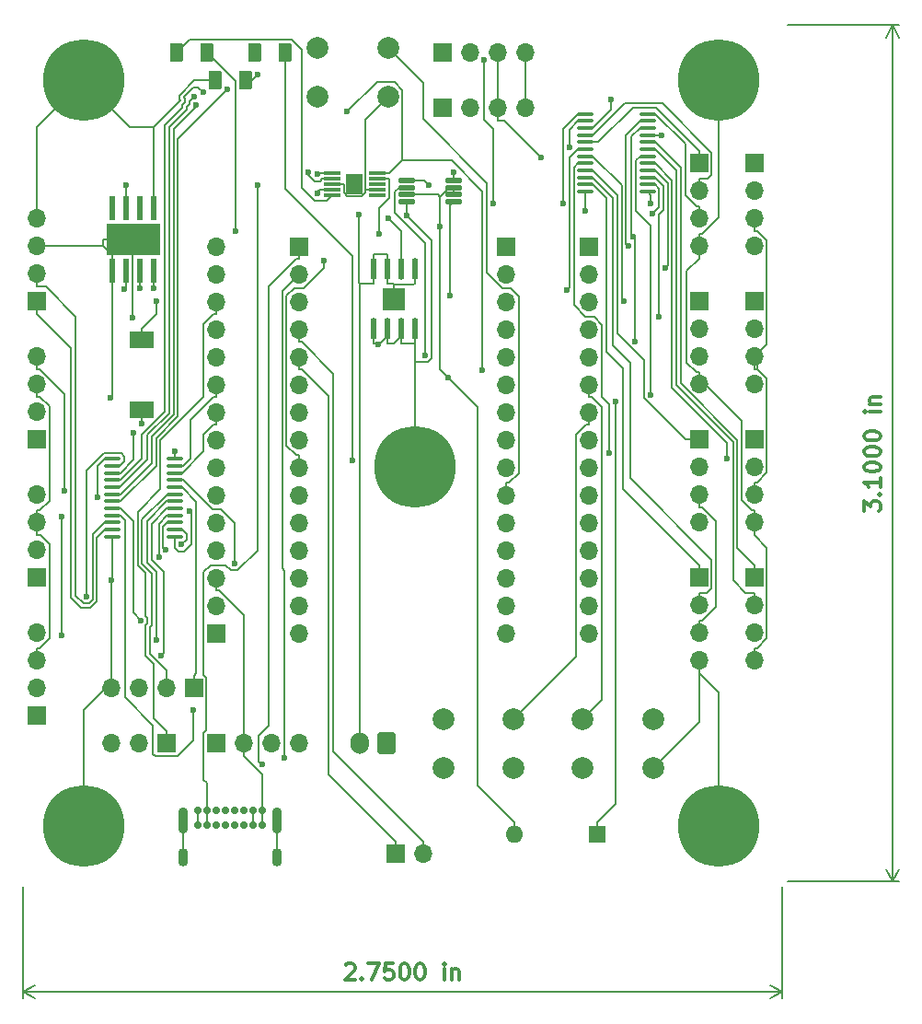
<source format=gbr>
%TF.GenerationSoftware,KiCad,Pcbnew,8.0.7*%
%TF.CreationDate,2025-01-25T18:45:03-05:00*%
%TF.ProjectId,shadow,73686164-6f77-42e6-9b69-6361645f7063,rev?*%
%TF.SameCoordinates,Original*%
%TF.FileFunction,Copper,L1,Top*%
%TF.FilePolarity,Positive*%
%FSLAX46Y46*%
G04 Gerber Fmt 4.6, Leading zero omitted, Abs format (unit mm)*
G04 Created by KiCad (PCBNEW 8.0.7) date 2025-01-25 18:45:03*
%MOMM*%
%LPD*%
G01*
G04 APERTURE LIST*
G04 Aperture macros list*
%AMRoundRect*
0 Rectangle with rounded corners*
0 $1 Rounding radius*
0 $2 $3 $4 $5 $6 $7 $8 $9 X,Y pos of 4 corners*
0 Add a 4 corners polygon primitive as box body*
4,1,4,$2,$3,$4,$5,$6,$7,$8,$9,$2,$3,0*
0 Add four circle primitives for the rounded corners*
1,1,$1+$1,$2,$3*
1,1,$1+$1,$4,$5*
1,1,$1+$1,$6,$7*
1,1,$1+$1,$8,$9*
0 Add four rect primitives between the rounded corners*
20,1,$1+$1,$2,$3,$4,$5,0*
20,1,$1+$1,$4,$5,$6,$7,0*
20,1,$1+$1,$6,$7,$8,$9,0*
20,1,$1+$1,$8,$9,$2,$3,0*%
G04 Aperture macros list end*
%ADD10C,0.300000*%
%TA.AperFunction,NonConductor*%
%ADD11C,0.300000*%
%TD*%
%TA.AperFunction,NonConductor*%
%ADD12C,0.200000*%
%TD*%
%TA.AperFunction,SMDPad,CuDef*%
%ADD13RoundRect,0.250000X-0.375000X-0.625000X0.375000X-0.625000X0.375000X0.625000X-0.375000X0.625000X0*%
%TD*%
%TA.AperFunction,ComponentPad*%
%ADD14R,1.700000X1.700000*%
%TD*%
%TA.AperFunction,ComponentPad*%
%ADD15O,1.700000X1.700000*%
%TD*%
%TA.AperFunction,ComponentPad*%
%ADD16RoundRect,0.250000X0.600000X0.750000X-0.600000X0.750000X-0.600000X-0.750000X0.600000X-0.750000X0*%
%TD*%
%TA.AperFunction,ComponentPad*%
%ADD17O,1.700000X2.000000*%
%TD*%
%TA.AperFunction,SMDPad,CuDef*%
%ADD18R,2.200000X1.500000*%
%TD*%
%TA.AperFunction,SMDPad,CuDef*%
%ADD19O,0.574000X2.038000*%
%TD*%
%TA.AperFunction,SMDPad,CuDef*%
%ADD20R,2.000000X2.000000*%
%TD*%
%TA.AperFunction,ComponentPad*%
%ADD21C,2.000000*%
%TD*%
%TA.AperFunction,SMDPad,CuDef*%
%ADD22RoundRect,0.100000X-0.637500X-0.100000X0.637500X-0.100000X0.637500X0.100000X-0.637500X0.100000X0*%
%TD*%
%TA.AperFunction,ComponentPad*%
%ADD23C,7.500000*%
%TD*%
%TA.AperFunction,SMDPad,CuDef*%
%ADD24R,1.600000X0.300000*%
%TD*%
%TA.AperFunction,SMDPad,CuDef*%
%ADD25R,1.570000X1.880000*%
%TD*%
%TA.AperFunction,ComponentPad*%
%ADD26C,0.400000*%
%TD*%
%TA.AperFunction,SMDPad,CuDef*%
%ADD27R,0.500000X2.200000*%
%TD*%
%TA.AperFunction,SMDPad,CuDef*%
%ADD28R,4.900000X2.950000*%
%TD*%
%TA.AperFunction,ComponentPad*%
%ADD29R,1.600000X1.600000*%
%TD*%
%TA.AperFunction,ComponentPad*%
%ADD30O,1.600000X1.600000*%
%TD*%
%TA.AperFunction,ComponentPad*%
%ADD31C,0.700000*%
%TD*%
%TA.AperFunction,ComponentPad*%
%ADD32O,0.900000X2.400000*%
%TD*%
%TA.AperFunction,ComponentPad*%
%ADD33O,0.900000X1.700000*%
%TD*%
%TA.AperFunction,SMDPad,CuDef*%
%ADD34RoundRect,0.060000X-0.675000X-0.180000X0.675000X-0.180000X0.675000X0.180000X-0.675000X0.180000X0*%
%TD*%
%TA.AperFunction,ViaPad*%
%ADD35C,0.600000*%
%TD*%
%TA.AperFunction,Conductor*%
%ADD36C,0.200000*%
%TD*%
G04 APERTURE END LIST*
D10*
D11*
X175965328Y-92951427D02*
X175965328Y-92022855D01*
X175965328Y-92022855D02*
X176536757Y-92522855D01*
X176536757Y-92522855D02*
X176536757Y-92308570D01*
X176536757Y-92308570D02*
X176608185Y-92165713D01*
X176608185Y-92165713D02*
X176679614Y-92094284D01*
X176679614Y-92094284D02*
X176822471Y-92022855D01*
X176822471Y-92022855D02*
X177179614Y-92022855D01*
X177179614Y-92022855D02*
X177322471Y-92094284D01*
X177322471Y-92094284D02*
X177393900Y-92165713D01*
X177393900Y-92165713D02*
X177465328Y-92308570D01*
X177465328Y-92308570D02*
X177465328Y-92737141D01*
X177465328Y-92737141D02*
X177393900Y-92879998D01*
X177393900Y-92879998D02*
X177322471Y-92951427D01*
X177322471Y-91379999D02*
X177393900Y-91308570D01*
X177393900Y-91308570D02*
X177465328Y-91379999D01*
X177465328Y-91379999D02*
X177393900Y-91451427D01*
X177393900Y-91451427D02*
X177322471Y-91379999D01*
X177322471Y-91379999D02*
X177465328Y-91379999D01*
X177465328Y-89879998D02*
X177465328Y-90737141D01*
X177465328Y-90308570D02*
X175965328Y-90308570D01*
X175965328Y-90308570D02*
X176179614Y-90451427D01*
X176179614Y-90451427D02*
X176322471Y-90594284D01*
X176322471Y-90594284D02*
X176393900Y-90737141D01*
X175965328Y-88951427D02*
X175965328Y-88808570D01*
X175965328Y-88808570D02*
X176036757Y-88665713D01*
X176036757Y-88665713D02*
X176108185Y-88594285D01*
X176108185Y-88594285D02*
X176251042Y-88522856D01*
X176251042Y-88522856D02*
X176536757Y-88451427D01*
X176536757Y-88451427D02*
X176893900Y-88451427D01*
X176893900Y-88451427D02*
X177179614Y-88522856D01*
X177179614Y-88522856D02*
X177322471Y-88594285D01*
X177322471Y-88594285D02*
X177393900Y-88665713D01*
X177393900Y-88665713D02*
X177465328Y-88808570D01*
X177465328Y-88808570D02*
X177465328Y-88951427D01*
X177465328Y-88951427D02*
X177393900Y-89094285D01*
X177393900Y-89094285D02*
X177322471Y-89165713D01*
X177322471Y-89165713D02*
X177179614Y-89237142D01*
X177179614Y-89237142D02*
X176893900Y-89308570D01*
X176893900Y-89308570D02*
X176536757Y-89308570D01*
X176536757Y-89308570D02*
X176251042Y-89237142D01*
X176251042Y-89237142D02*
X176108185Y-89165713D01*
X176108185Y-89165713D02*
X176036757Y-89094285D01*
X176036757Y-89094285D02*
X175965328Y-88951427D01*
X175965328Y-87522856D02*
X175965328Y-87379999D01*
X175965328Y-87379999D02*
X176036757Y-87237142D01*
X176036757Y-87237142D02*
X176108185Y-87165714D01*
X176108185Y-87165714D02*
X176251042Y-87094285D01*
X176251042Y-87094285D02*
X176536757Y-87022856D01*
X176536757Y-87022856D02*
X176893900Y-87022856D01*
X176893900Y-87022856D02*
X177179614Y-87094285D01*
X177179614Y-87094285D02*
X177322471Y-87165714D01*
X177322471Y-87165714D02*
X177393900Y-87237142D01*
X177393900Y-87237142D02*
X177465328Y-87379999D01*
X177465328Y-87379999D02*
X177465328Y-87522856D01*
X177465328Y-87522856D02*
X177393900Y-87665714D01*
X177393900Y-87665714D02*
X177322471Y-87737142D01*
X177322471Y-87737142D02*
X177179614Y-87808571D01*
X177179614Y-87808571D02*
X176893900Y-87879999D01*
X176893900Y-87879999D02*
X176536757Y-87879999D01*
X176536757Y-87879999D02*
X176251042Y-87808571D01*
X176251042Y-87808571D02*
X176108185Y-87737142D01*
X176108185Y-87737142D02*
X176036757Y-87665714D01*
X176036757Y-87665714D02*
X175965328Y-87522856D01*
X175965328Y-86094285D02*
X175965328Y-85951428D01*
X175965328Y-85951428D02*
X176036757Y-85808571D01*
X176036757Y-85808571D02*
X176108185Y-85737143D01*
X176108185Y-85737143D02*
X176251042Y-85665714D01*
X176251042Y-85665714D02*
X176536757Y-85594285D01*
X176536757Y-85594285D02*
X176893900Y-85594285D01*
X176893900Y-85594285D02*
X177179614Y-85665714D01*
X177179614Y-85665714D02*
X177322471Y-85737143D01*
X177322471Y-85737143D02*
X177393900Y-85808571D01*
X177393900Y-85808571D02*
X177465328Y-85951428D01*
X177465328Y-85951428D02*
X177465328Y-86094285D01*
X177465328Y-86094285D02*
X177393900Y-86237143D01*
X177393900Y-86237143D02*
X177322471Y-86308571D01*
X177322471Y-86308571D02*
X177179614Y-86380000D01*
X177179614Y-86380000D02*
X176893900Y-86451428D01*
X176893900Y-86451428D02*
X176536757Y-86451428D01*
X176536757Y-86451428D02*
X176251042Y-86380000D01*
X176251042Y-86380000D02*
X176108185Y-86308571D01*
X176108185Y-86308571D02*
X176036757Y-86237143D01*
X176036757Y-86237143D02*
X175965328Y-86094285D01*
X177465328Y-83808572D02*
X176465328Y-83808572D01*
X175965328Y-83808572D02*
X176036757Y-83880000D01*
X176036757Y-83880000D02*
X176108185Y-83808572D01*
X176108185Y-83808572D02*
X176036757Y-83737143D01*
X176036757Y-83737143D02*
X175965328Y-83808572D01*
X175965328Y-83808572D02*
X176108185Y-83808572D01*
X176465328Y-83094286D02*
X177465328Y-83094286D01*
X176608185Y-83094286D02*
X176536757Y-83022857D01*
X176536757Y-83022857D02*
X176465328Y-82880000D01*
X176465328Y-82880000D02*
X176465328Y-82665714D01*
X176465328Y-82665714D02*
X176536757Y-82522857D01*
X176536757Y-82522857D02*
X176679614Y-82451429D01*
X176679614Y-82451429D02*
X177465328Y-82451429D01*
D12*
X168927000Y-48260000D02*
X179173420Y-48260000D01*
X168927000Y-127000000D02*
X179173420Y-127000000D01*
X178587000Y-48260000D02*
X178587000Y-127000000D01*
X178587000Y-48260000D02*
X178587000Y-127000000D01*
X178587000Y-48260000D02*
X179173421Y-49386504D01*
X178587000Y-48260000D02*
X178000579Y-49386504D01*
X178587000Y-127000000D02*
X178000579Y-125873496D01*
X178587000Y-127000000D02*
X179173421Y-125873496D01*
D10*
D11*
X128252001Y-134681185D02*
X128323429Y-134609757D01*
X128323429Y-134609757D02*
X128466287Y-134538328D01*
X128466287Y-134538328D02*
X128823429Y-134538328D01*
X128823429Y-134538328D02*
X128966287Y-134609757D01*
X128966287Y-134609757D02*
X129037715Y-134681185D01*
X129037715Y-134681185D02*
X129109144Y-134824042D01*
X129109144Y-134824042D02*
X129109144Y-134966900D01*
X129109144Y-134966900D02*
X129037715Y-135181185D01*
X129037715Y-135181185D02*
X128180572Y-136038328D01*
X128180572Y-136038328D02*
X129109144Y-136038328D01*
X129752000Y-135895471D02*
X129823429Y-135966900D01*
X129823429Y-135966900D02*
X129752000Y-136038328D01*
X129752000Y-136038328D02*
X129680572Y-135966900D01*
X129680572Y-135966900D02*
X129752000Y-135895471D01*
X129752000Y-135895471D02*
X129752000Y-136038328D01*
X130323429Y-134538328D02*
X131323429Y-134538328D01*
X131323429Y-134538328D02*
X130680572Y-136038328D01*
X132609143Y-134538328D02*
X131894857Y-134538328D01*
X131894857Y-134538328D02*
X131823429Y-135252614D01*
X131823429Y-135252614D02*
X131894857Y-135181185D01*
X131894857Y-135181185D02*
X132037715Y-135109757D01*
X132037715Y-135109757D02*
X132394857Y-135109757D01*
X132394857Y-135109757D02*
X132537715Y-135181185D01*
X132537715Y-135181185D02*
X132609143Y-135252614D01*
X132609143Y-135252614D02*
X132680572Y-135395471D01*
X132680572Y-135395471D02*
X132680572Y-135752614D01*
X132680572Y-135752614D02*
X132609143Y-135895471D01*
X132609143Y-135895471D02*
X132537715Y-135966900D01*
X132537715Y-135966900D02*
X132394857Y-136038328D01*
X132394857Y-136038328D02*
X132037715Y-136038328D01*
X132037715Y-136038328D02*
X131894857Y-135966900D01*
X131894857Y-135966900D02*
X131823429Y-135895471D01*
X133609143Y-134538328D02*
X133752000Y-134538328D01*
X133752000Y-134538328D02*
X133894857Y-134609757D01*
X133894857Y-134609757D02*
X133966286Y-134681185D01*
X133966286Y-134681185D02*
X134037714Y-134824042D01*
X134037714Y-134824042D02*
X134109143Y-135109757D01*
X134109143Y-135109757D02*
X134109143Y-135466900D01*
X134109143Y-135466900D02*
X134037714Y-135752614D01*
X134037714Y-135752614D02*
X133966286Y-135895471D01*
X133966286Y-135895471D02*
X133894857Y-135966900D01*
X133894857Y-135966900D02*
X133752000Y-136038328D01*
X133752000Y-136038328D02*
X133609143Y-136038328D01*
X133609143Y-136038328D02*
X133466286Y-135966900D01*
X133466286Y-135966900D02*
X133394857Y-135895471D01*
X133394857Y-135895471D02*
X133323428Y-135752614D01*
X133323428Y-135752614D02*
X133252000Y-135466900D01*
X133252000Y-135466900D02*
X133252000Y-135109757D01*
X133252000Y-135109757D02*
X133323428Y-134824042D01*
X133323428Y-134824042D02*
X133394857Y-134681185D01*
X133394857Y-134681185D02*
X133466286Y-134609757D01*
X133466286Y-134609757D02*
X133609143Y-134538328D01*
X135037714Y-134538328D02*
X135180571Y-134538328D01*
X135180571Y-134538328D02*
X135323428Y-134609757D01*
X135323428Y-134609757D02*
X135394857Y-134681185D01*
X135394857Y-134681185D02*
X135466285Y-134824042D01*
X135466285Y-134824042D02*
X135537714Y-135109757D01*
X135537714Y-135109757D02*
X135537714Y-135466900D01*
X135537714Y-135466900D02*
X135466285Y-135752614D01*
X135466285Y-135752614D02*
X135394857Y-135895471D01*
X135394857Y-135895471D02*
X135323428Y-135966900D01*
X135323428Y-135966900D02*
X135180571Y-136038328D01*
X135180571Y-136038328D02*
X135037714Y-136038328D01*
X135037714Y-136038328D02*
X134894857Y-135966900D01*
X134894857Y-135966900D02*
X134823428Y-135895471D01*
X134823428Y-135895471D02*
X134751999Y-135752614D01*
X134751999Y-135752614D02*
X134680571Y-135466900D01*
X134680571Y-135466900D02*
X134680571Y-135109757D01*
X134680571Y-135109757D02*
X134751999Y-134824042D01*
X134751999Y-134824042D02*
X134823428Y-134681185D01*
X134823428Y-134681185D02*
X134894857Y-134609757D01*
X134894857Y-134609757D02*
X135037714Y-134538328D01*
X137323427Y-136038328D02*
X137323427Y-135038328D01*
X137323427Y-134538328D02*
X137251999Y-134609757D01*
X137251999Y-134609757D02*
X137323427Y-134681185D01*
X137323427Y-134681185D02*
X137394856Y-134609757D01*
X137394856Y-134609757D02*
X137323427Y-134538328D01*
X137323427Y-134538328D02*
X137323427Y-134681185D01*
X138037713Y-135038328D02*
X138037713Y-136038328D01*
X138037713Y-135181185D02*
X138109142Y-135109757D01*
X138109142Y-135109757D02*
X138251999Y-135038328D01*
X138251999Y-135038328D02*
X138466285Y-135038328D01*
X138466285Y-135038328D02*
X138609142Y-135109757D01*
X138609142Y-135109757D02*
X138680571Y-135252614D01*
X138680571Y-135252614D02*
X138680571Y-136038328D01*
D12*
X168427000Y-127500000D02*
X168427000Y-137746420D01*
X98577000Y-127500000D02*
X98577000Y-137746420D01*
X168427000Y-137160000D02*
X98577000Y-137160000D01*
X168427000Y-137160000D02*
X98577000Y-137160000D01*
X168427000Y-137160000D02*
X167300496Y-137746421D01*
X168427000Y-137160000D02*
X167300496Y-136573579D01*
X98577000Y-137160000D02*
X99703504Y-136573579D01*
X98577000Y-137160000D02*
X99703504Y-137746421D01*
D13*
%TO.P,PG1,1,K*%
%TO.N,Net-(PG1-K)*%
X112687000Y-50800000D03*
%TO.P,PG1,2,A*%
%TO.N,Net-(PG1-A)*%
X115487000Y-50800000D03*
%TD*%
D14*
%TO.P,I2C_PINOUT7,1,Pin_1*%
%TO.N,/I2C_PINOUT7/SCL*%
X165862000Y-99060000D03*
D15*
%TO.P,I2C_PINOUT7,2,Pin_2*%
%TO.N,/I2C_PINOUT7/SDA*%
X165862000Y-101600000D03*
%TO.P,I2C_PINOUT7,3,Pin_3*%
%TO.N,VCC*%
X165862000Y-104140000D03*
%TO.P,I2C_PINOUT7,4,Pin_4*%
%TO.N,GND*%
X165862000Y-106680000D03*
%TD*%
D14*
%TO.P,I2C_PINOUT9,1,Pin_1*%
%TO.N,/I2C_PINOUT9/SCL*%
X99847000Y-86360000D03*
D15*
%TO.P,I2C_PINOUT9,2,Pin_2*%
%TO.N,/I2C_PINOUT9/SDA*%
X99847000Y-83820000D03*
%TO.P,I2C_PINOUT9,3,Pin_3*%
%TO.N,VCC*%
X99847000Y-81280000D03*
%TO.P,I2C_PINOUT9,4,Pin_4*%
%TO.N,GND*%
X99847000Y-78740000D03*
%TD*%
D16*
%TO.P,BATT_JST1,1,Pin_1*%
%TO.N,/battery/BAT+*%
X132040000Y-114300000D03*
D17*
%TO.P,BATT_JST1,2,Pin_2*%
%TO.N,/battery/BAT-*%
X129540000Y-114300000D03*
%TD*%
D14*
%TO.P,I2C_PINOUT10,1,Pin_1*%
%TO.N,/I2C_PINOUT10/SCL*%
X99847000Y-99060000D03*
D15*
%TO.P,I2C_PINOUT10,2,Pin_2*%
%TO.N,/I2C_PINOUT10/SDA*%
X99847000Y-96520000D03*
%TO.P,I2C_PINOUT10,3,Pin_3*%
%TO.N,VCC*%
X99847000Y-93980000D03*
%TO.P,I2C_PINOUT10,4,Pin_4*%
%TO.N,GND*%
X99847000Y-91440000D03*
%TD*%
D14*
%TO.P,I2C_PINOUT8,1,Pin_1*%
%TO.N,/I2C_PINOUT8/SCL*%
X99847000Y-73660000D03*
D15*
%TO.P,I2C_PINOUT8,2,Pin_2*%
%TO.N,/I2C_PINOUT8/SDA*%
X99847000Y-71120000D03*
%TO.P,I2C_PINOUT8,3,Pin_3*%
%TO.N,VCC*%
X99847000Y-68580000D03*
%TO.P,I2C_PINOUT8,4,Pin_4*%
%TO.N,GND*%
X99847000Y-66040000D03*
%TD*%
D14*
%TO.P,I2C_PINOUT0,1,Pin_1*%
%TO.N,/I2C_PINOUT/SCL*%
X160782000Y-60960000D03*
D15*
%TO.P,I2C_PINOUT0,2,Pin_2*%
%TO.N,/I2C_PINOUT/SDA*%
X160782000Y-63500000D03*
%TO.P,I2C_PINOUT0,3,Pin_3*%
%TO.N,VCC*%
X160782000Y-66040000D03*
%TO.P,I2C_PINOUT0,4,Pin_4*%
%TO.N,GND*%
X160782000Y-68580000D03*
%TD*%
D14*
%TO.P,I2C_PINOUT12,1,Pin_1*%
%TO.N,/I2C_PINOUT12/SCL*%
X114300000Y-109220000D03*
D15*
%TO.P,I2C_PINOUT12,2,Pin_2*%
%TO.N,/I2C_PINOUT12/SDA*%
X111760000Y-109220000D03*
%TO.P,I2C_PINOUT12,3,Pin_3*%
%TO.N,VCC*%
X109220000Y-109220000D03*
%TO.P,I2C_PINOUT12,4,Pin_4*%
%TO.N,GND*%
X106680000Y-109220000D03*
%TD*%
D18*
%TO.P,L1,1,1*%
%TO.N,Net-(SW3-B)*%
X109499000Y-83591000D03*
%TO.P,L1,2,2*%
%TO.N,Net-(D1-A)*%
X109499000Y-77191000D03*
%TD*%
D14*
%TO.P,UART1,1,Pin_1*%
%TO.N,/GPIO2*%
X111760000Y-114300000D03*
D15*
%TO.P,UART1,2,Pin_2*%
%TO.N,/GPIO1*%
X109220000Y-114300000D03*
%TO.P,UART1,3,Pin_3*%
%TO.N,/GPIO0*%
X106680000Y-114300000D03*
%TD*%
D14*
%TO.P,I2C_PINOUT2,1,Pin_1*%
%TO.N,/I2C_PINOUT2/SCL*%
X160782000Y-86360000D03*
D15*
%TO.P,I2C_PINOUT2,2,Pin_2*%
%TO.N,/I2C_PINOUT2/SDA*%
X160782000Y-88900000D03*
%TO.P,I2C_PINOUT2,3,Pin_3*%
%TO.N,VCC*%
X160782000Y-91440000D03*
%TO.P,I2C_PINOUT2,4,Pin_4*%
%TO.N,GND*%
X160782000Y-93980000D03*
%TD*%
D19*
%TO.P,IC2,1,VM*%
%TO.N,GND*%
X130810000Y-76200000D03*
%TO.P,IC2,2,VM*%
X132080000Y-76200000D03*
%TO.P,IC2,3,VM*%
X133350000Y-76200000D03*
%TO.P,IC2,4,VM*%
X134620000Y-76200000D03*
%TO.P,IC2,5,GND*%
%TO.N,/battery/BAT-*%
X134620000Y-70662000D03*
%TO.P,IC2,6,VDD*%
%TO.N,Net-(IC2-VDD)*%
X133350000Y-70662000D03*
%TO.P,IC2,7,GND*%
%TO.N,/battery/BAT-*%
X132080000Y-70662000D03*
%TO.P,IC2,8,GND*%
X130810000Y-70662000D03*
D20*
%TO.P,IC2,9,EPAD*%
X132715000Y-73431000D03*
%TD*%
D21*
%TO.P,SW2,1,1*%
%TO.N,/GPIO24*%
X150087000Y-112050000D03*
X156587000Y-112050000D03*
%TO.P,SW2,2,2*%
%TO.N,GND*%
X150087000Y-116550000D03*
X156587000Y-116550000D03*
%TD*%
D22*
%TO.P,U2,1,A0*%
%TO.N,Net-(JP8-B)*%
X150324500Y-56410000D03*
%TO.P,U2,2,A1*%
%TO.N,Net-(JP7-B)*%
X150324500Y-57060000D03*
%TO.P,U2,3,~{RESET}*%
%TO.N,Net-(U2-~{RESET})*%
X150324500Y-57710000D03*
%TO.P,U2,4,SD0*%
%TO.N,/I2C_PINOUT/SDA*%
X150324500Y-58360000D03*
%TO.P,U2,5,SC0*%
%TO.N,/I2C_PINOUT/SCL*%
X150324500Y-59010000D03*
%TO.P,U2,6,SD1*%
%TO.N,/I2C_PINOUT1/SDA*%
X150324500Y-59660000D03*
%TO.P,U2,7,SC1*%
%TO.N,/I2C_PINOUT1/SCL*%
X150324500Y-60310000D03*
%TO.P,U2,8,SD2*%
%TO.N,/I2C_PINOUT2/SDA*%
X150324500Y-60960000D03*
%TO.P,U2,9,SC2*%
%TO.N,/I2C_PINOUT2/SCL*%
X150324500Y-61610000D03*
%TO.P,U2,10,SD3*%
%TO.N,/I2C_PINOUT3/SDA*%
X150324500Y-62260000D03*
%TO.P,U2,11,SC3*%
%TO.N,/I2C_PINOUT3/SCL*%
X150324500Y-62910000D03*
%TO.P,U2,12,GND*%
%TO.N,GND*%
X150324500Y-63560000D03*
%TO.P,U2,13,SD4*%
%TO.N,/I2C_PINOUT4/SDA*%
X156049500Y-63560000D03*
%TO.P,U2,14,SC4*%
%TO.N,/I2C_PINOUT4/SCL*%
X156049500Y-62910000D03*
%TO.P,U2,15,SD5*%
%TO.N,/I2C_PINOUT5/SDA*%
X156049500Y-62260000D03*
%TO.P,U2,16,SC5*%
%TO.N,/I2C_PINOUT5/SCL*%
X156049500Y-61610000D03*
%TO.P,U2,17,SD6*%
%TO.N,/I2C_PINOUT6/SDA*%
X156049500Y-60960000D03*
%TO.P,U2,18,SC6*%
%TO.N,/I2C_PINOUT6/SCL*%
X156049500Y-60310000D03*
%TO.P,U2,19,SD7*%
%TO.N,/I2C_PINOUT7/SDA*%
X156049500Y-59660000D03*
%TO.P,U2,20,SC7*%
%TO.N,/I2C_PINOUT7/SCL*%
X156049500Y-59010000D03*
%TO.P,U2,21,A2*%
%TO.N,Net-(JP6-A)*%
X156049500Y-58360000D03*
%TO.P,U2,22,SCL*%
%TO.N,/GPIO9*%
X156049500Y-57710000D03*
%TO.P,U2,23,SDA*%
%TO.N,/GPIO8*%
X156049500Y-57060000D03*
%TO.P,U2,24,VCC*%
%TO.N,VCC*%
X156049500Y-56410000D03*
%TD*%
D14*
%TO.P,PICO_R1,1,Pin_1*%
%TO.N,/GPIO29*%
X143027000Y-68610000D03*
D15*
%TO.P,PICO_R1,2,Pin_2*%
%TO.N,/GPIO28*%
X143027000Y-71150000D03*
%TO.P,PICO_R1,3,Pin_3*%
%TO.N,/GPIO27*%
X143027000Y-73690000D03*
%TO.P,PICO_R1,4,Pin_4*%
%TO.N,/GPIO26*%
X143027000Y-76230000D03*
%TO.P,PICO_R1,5,Pin_5*%
%TO.N,/GPIO25*%
X143027000Y-78770000D03*
%TO.P,PICO_R1,6,Pin_6*%
%TO.N,/GPIO24*%
X143027000Y-81310000D03*
%TO.P,PICO_R1,7,Pin_7*%
%TO.N,/GPIO23*%
X143027000Y-83850000D03*
%TO.P,PICO_R1,8,Pin_8*%
%TO.N,/GPIO22*%
X143027000Y-86390000D03*
%TO.P,PICO_R1,9,Pin_9*%
%TO.N,/GPIO21*%
X143027000Y-88930000D03*
%TO.P,PICO_R1,10,Pin_10*%
%TO.N,/GPIO20*%
X143027000Y-91470000D03*
%TO.P,PICO_R1,11,Pin_11*%
%TO.N,/GPIO19*%
X143027000Y-94010000D03*
%TO.P,PICO_R1,12,Pin_12*%
%TO.N,/GPIO18*%
X143027000Y-96550000D03*
%TO.P,PICO_R1,13,Pin_13*%
%TO.N,GND*%
X143027000Y-99090000D03*
%TO.P,PICO_R1,14,Pin_14*%
%TO.N,VCC*%
X143027000Y-101630000D03*
%TO.P,PICO_R1,15,Pin_15*%
%TO.N,/GPIO15*%
X143027000Y-104170000D03*
%TD*%
D21*
%TO.P,RST_SW1,1,1*%
%TO.N,/GPIO20*%
X125680000Y-50328000D03*
X132180000Y-50328000D03*
%TO.P,RST_SW1,2,2*%
%TO.N,GND*%
X125680000Y-54828000D03*
X132180000Y-54828000D03*
%TD*%
D23*
%TO.P,H4,1,1*%
%TO.N,GND*%
X104140000Y-121920000D03*
%TD*%
D14*
%TO.P,OLED_CONN1,1,Pin_1*%
%TO.N,VCC*%
X116367000Y-114300000D03*
D15*
%TO.P,OLED_CONN1,2,Pin_2*%
%TO.N,GND*%
X118907000Y-114300000D03*
%TO.P,OLED_CONN1,3,Pin_3*%
%TO.N,/OLED_SCL*%
X121447000Y-114300000D03*
%TO.P,OLED_CONN1,4,Pin_4*%
%TO.N,/OLED_SDA*%
X123987000Y-114300000D03*
%TD*%
D23*
%TO.P,H5,1,1*%
%TO.N,GND*%
X162560000Y-121920000D03*
%TD*%
D22*
%TO.P,U1,1,A0*%
%TO.N,Net-(JP5-B)*%
X106822000Y-88130000D03*
%TO.P,U1,2,A1*%
%TO.N,Net-(JP4-B)*%
X106822000Y-88780000D03*
%TO.P,U1,3,~{RESET}*%
%TO.N,Net-(U1-~{RESET})*%
X106822000Y-89430000D03*
%TO.P,U1,4,SD0*%
%TO.N,/SENSOR_SDA*%
X106822000Y-90080000D03*
%TO.P,U1,5,SC0*%
%TO.N,/SENSOR_SCL*%
X106822000Y-90730000D03*
%TO.P,U1,6,SD1*%
%TO.N,/US_SDA*%
X106822000Y-91380000D03*
%TO.P,U1,7,SC1*%
%TO.N,/US_SCL*%
X106822000Y-92030000D03*
%TO.P,U1,8,SD2*%
%TO.N,/OLED_SDA*%
X106822000Y-92680000D03*
%TO.P,U1,9,SC2*%
%TO.N,/OLED_SCL*%
X106822000Y-93330000D03*
%TO.P,U1,10,SD3*%
%TO.N,/I2C_PINOUT8/SDA*%
X106822000Y-93980000D03*
%TO.P,U1,11,SC3*%
%TO.N,/I2C_PINOUT8/SCL*%
X106822000Y-94630000D03*
%TO.P,U1,12,GND*%
%TO.N,GND*%
X106822000Y-95280000D03*
%TO.P,U1,13,SD4*%
%TO.N,/I2C_PINOUT9/SDA*%
X112547000Y-95280000D03*
%TO.P,U1,14,SC4*%
%TO.N,/I2C_PINOUT9/SCL*%
X112547000Y-94630000D03*
%TO.P,U1,15,SD5*%
%TO.N,/I2C_PINOUT10/SDA*%
X112547000Y-93980000D03*
%TO.P,U1,16,SC5*%
%TO.N,/I2C_PINOUT10/SCL*%
X112547000Y-93330000D03*
%TO.P,U1,17,SD6*%
%TO.N,/I2C_PINOUT11/SDA*%
X112547000Y-92680000D03*
%TO.P,U1,18,SC6*%
%TO.N,/I2C_PINOUT11/SCL*%
X112547000Y-92030000D03*
%TO.P,U1,19,SD7*%
%TO.N,/I2C_PINOUT12/SDA*%
X112547000Y-91380000D03*
%TO.P,U1,20,SC7*%
%TO.N,/I2C_PINOUT12/SCL*%
X112547000Y-90730000D03*
%TO.P,U1,21,A2*%
%TO.N,Net-(JP3-A)*%
X112547000Y-90080000D03*
%TO.P,U1,22,SCL*%
%TO.N,/GPIO6*%
X112547000Y-89430000D03*
%TO.P,U1,23,SDA*%
%TO.N,/GPIO5*%
X112547000Y-88780000D03*
%TO.P,U1,24,VCC*%
%TO.N,VCC*%
X112547000Y-88130000D03*
%TD*%
D14*
%TO.P,I2C_PINOUT5,1,Pin_1*%
%TO.N,/I2C_PINOUT5/SCL*%
X165862000Y-73660000D03*
D15*
%TO.P,I2C_PINOUT5,2,Pin_2*%
%TO.N,/I2C_PINOUT5/SDA*%
X165862000Y-76200000D03*
%TO.P,I2C_PINOUT5,3,Pin_3*%
%TO.N,VCC*%
X165862000Y-78740000D03*
%TO.P,I2C_PINOUT5,4,Pin_4*%
%TO.N,GND*%
X165862000Y-81280000D03*
%TD*%
D14*
%TO.P,I2C_PINOUT6,1,Pin_1*%
%TO.N,/I2C_PINOUT6/SCL*%
X165862000Y-86360000D03*
D15*
%TO.P,I2C_PINOUT6,2,Pin_2*%
%TO.N,/I2C_PINOUT6/SDA*%
X165862000Y-88900000D03*
%TO.P,I2C_PINOUT6,3,Pin_3*%
%TO.N,VCC*%
X165862000Y-91440000D03*
%TO.P,I2C_PINOUT6,4,Pin_4*%
%TO.N,GND*%
X165862000Y-93980000D03*
%TD*%
D24*
%TO.P,U3,1,IN*%
%TO.N,Net-(U3-IN)*%
X126990000Y-61865000D03*
%TO.P,U3,2,ISET*%
%TO.N,Net-(U3-ISET)*%
X126990000Y-62365000D03*
%TO.P,U3,3,VSS*%
%TO.N,GND*%
X126990000Y-62865000D03*
%TO.P,U3,4,PRETERM*%
%TO.N,Net-(U3-PRETERM)*%
X126990000Y-63365000D03*
%TO.P,U3,5,~{PG}*%
%TO.N,Net-(PG1-K)*%
X126990000Y-63865000D03*
%TO.P,U3,6*%
%TO.N,N/C*%
X131190000Y-63865000D03*
%TO.P,U3,7,ISET2*%
%TO.N,GND*%
X131190000Y-63365000D03*
%TO.P,U3,8,~{CHG}*%
%TO.N,Net-(CHG1-K)*%
X131190000Y-62865000D03*
%TO.P,U3,9,TS*%
%TO.N,Net-(U3-TS)*%
X131190000Y-62365000D03*
%TO.P,U3,10,OUT*%
%TO.N,/battery/BAT+*%
X131190000Y-61865000D03*
D25*
%TO.P,U3,11,EP*%
%TO.N,GND*%
X129090000Y-62865000D03*
D26*
%TO.P,U3,12*%
%TO.N,N/C*%
X128640000Y-62265000D03*
%TO.P,U3,13*%
X129540000Y-62265000D03*
%TO.P,U3,14*%
X129090000Y-62865000D03*
%TO.P,U3,15*%
X128640000Y-63465000D03*
%TO.P,U3,16*%
X129540000Y-63465000D03*
%TD*%
D27*
%TO.P,U5,1,GND*%
%TO.N,VCC*%
X106802000Y-70805000D03*
%TO.P,U5,2,DVDT*%
%TO.N,Net-(U5-DVDT)*%
X108072000Y-70805000D03*
%TO.P,U5,3,EN/UVLO*%
%TO.N,Net-(U5-EN{slash}UVLO)*%
X109342000Y-70805000D03*
%TO.P,U5,4,IN*%
%TO.N,Net-(D1-K)*%
X110612000Y-70805000D03*
%TO.P,U5,5,OUT*%
%TO.N,GND*%
X110612000Y-65055000D03*
%TO.P,U5,6,~{FLT}*%
%TO.N,unconnected-(U5-~{FLT}-Pad6)*%
X109342000Y-65055000D03*
%TO.P,U5,7,ILM*%
%TO.N,Net-(U5-ILM)*%
X108072000Y-65055000D03*
%TO.P,U5,8,OVCSEL*%
%TO.N,unconnected-(U5-OVCSEL-Pad8)*%
X106802000Y-65055000D03*
D28*
%TO.P,U5,9,EXP*%
%TO.N,VCC*%
X108707000Y-67930000D03*
D26*
%TO.P,U5,10*%
%TO.N,N/C*%
X107407000Y-68580000D03*
%TO.P,U5,11*%
X107407000Y-67280000D03*
%TO.P,U5,12*%
X108707000Y-68580000D03*
%TO.P,U5,13*%
X108707000Y-67280000D03*
%TO.P,U5,14*%
X110007000Y-68580000D03*
%TO.P,U5,15*%
X110007000Y-67280000D03*
%TD*%
D14*
%TO.P,MOTOR_CONN1,1,Pin_1*%
%TO.N,/GPIO4*%
X132867000Y-124460000D03*
D15*
%TO.P,MOTOR_CONN1,2,Pin_2*%
%TO.N,/GPIO3*%
X135407000Y-124460000D03*
%TD*%
D21*
%TO.P,SW1,1,1*%
%TO.N,/GPIO23*%
X137237000Y-112050000D03*
X143737000Y-112050000D03*
%TO.P,SW1,2,2*%
%TO.N,GND*%
X137237000Y-116550000D03*
X143737000Y-116550000D03*
%TD*%
D23*
%TO.P,H1,1,1*%
%TO.N,GND*%
X104140000Y-53340000D03*
%TD*%
D14*
%TO.P,US1,1,Pin_1*%
%TO.N,/US_SDA*%
X137160000Y-55855000D03*
D15*
%TO.P,US1,2,Pin_2*%
%TO.N,/US_SCL*%
X139700000Y-55855000D03*
%TO.P,US1,3,Pin_3*%
%TO.N,VCC*%
X142240000Y-55855000D03*
%TO.P,US1,4,Pin_4*%
%TO.N,GND*%
X144780000Y-55855000D03*
%TD*%
D29*
%TO.P,SW3,1,A*%
%TO.N,/battery/BAT+*%
X151384000Y-122682000D03*
D30*
%TO.P,SW3,2,B*%
%TO.N,Net-(SW3-B)*%
X143764000Y-122682000D03*
%TD*%
D31*
%TO.P,J1,A1,GND*%
%TO.N,GND*%
X114627000Y-120435000D03*
%TO.P,J1,A4,VBUS*%
%TO.N,Net-(U3-IN)*%
X115477000Y-120435000D03*
%TO.P,J1,A5,CC1*%
%TO.N,unconnected-(J1-CC1-PadA5)*%
X116327000Y-120435000D03*
%TO.P,J1,A6,D+*%
%TO.N,unconnected-(J1-D+-PadA6)*%
X117177000Y-120435000D03*
%TO.P,J1,A7,D-*%
%TO.N,unconnected-(J1-D--PadA7)*%
X118027000Y-120435000D03*
%TO.P,J1,A8,SBU1*%
%TO.N,unconnected-(J1-SBU1-PadA8)*%
X118877000Y-120435000D03*
%TO.P,J1,A9,VBUS*%
%TO.N,Net-(U3-IN)*%
X119727000Y-120435000D03*
%TO.P,J1,A12,GND*%
%TO.N,GND*%
X120577000Y-120435000D03*
%TO.P,J1,B1,GND*%
X120577000Y-121785000D03*
%TO.P,J1,B4,VBUS*%
%TO.N,Net-(U3-IN)*%
X119727000Y-121785000D03*
%TO.P,J1,B5,CC2*%
%TO.N,unconnected-(J1-CC2-PadB5)*%
X118877000Y-121785000D03*
%TO.P,J1,B6,D+*%
%TO.N,unconnected-(J1-D+-PadB6)*%
X118027000Y-121785000D03*
%TO.P,J1,B7,D-*%
%TO.N,unconnected-(J1-D--PadB7)*%
X117177000Y-121785000D03*
%TO.P,J1,B8,SBU2*%
%TO.N,unconnected-(J1-SBU2-PadB8)*%
X116327000Y-121785000D03*
%TO.P,J1,B9,VBUS*%
%TO.N,Net-(U3-IN)*%
X115477000Y-121785000D03*
%TO.P,J1,B12,GND*%
%TO.N,GND*%
X114627000Y-121785000D03*
D32*
%TO.P,J1,S1,SHIELD*%
%TO.N,Net-(J1-SHIELD)*%
X113277000Y-121415000D03*
D33*
X113277000Y-124795000D03*
D32*
X121927000Y-121415000D03*
D33*
X121927000Y-124795000D03*
%TD*%
D14*
%TO.P,GPIO_L1,1,Pin_1*%
%TO.N,/GPIO14*%
X116357000Y-104170000D03*
D15*
%TO.P,GPIO_L1,2,Pin_2*%
%TO.N,/GPIO13*%
X116357000Y-101630000D03*
%TO.P,GPIO_L1,3,Pin_3*%
%TO.N,GND*%
X116357000Y-99090000D03*
%TO.P,GPIO_L1,4,Pin_4*%
%TO.N,/GPIO11*%
X116357000Y-96550000D03*
%TO.P,GPIO_L1,5,Pin_5*%
%TO.N,/GPIO10*%
X116357000Y-94010000D03*
%TO.P,GPIO_L1,6,Pin_6*%
%TO.N,/GPIO9*%
X116357000Y-91470000D03*
%TO.P,GPIO_L1,7,Pin_7*%
%TO.N,/GPIO8*%
X116357000Y-88930000D03*
%TO.P,GPIO_L1,8,Pin_8*%
%TO.N,/GPIO7*%
X116357000Y-86390000D03*
%TO.P,GPIO_L1,9,Pin_9*%
%TO.N,/GPIO6*%
X116357000Y-83850000D03*
%TO.P,GPIO_L1,10,Pin_10*%
%TO.N,/GPIO5*%
X116357000Y-81310000D03*
%TO.P,GPIO_L1,11,Pin_11*%
%TO.N,/GPIO4*%
X116357000Y-78770000D03*
%TO.P,GPIO_L1,12,Pin_12*%
%TO.N,/GPIO3*%
X116357000Y-76230000D03*
%TO.P,GPIO_L1,13,Pin_13*%
%TO.N,/GPIO2*%
X116357000Y-73690000D03*
%TO.P,GPIO_L1,14,Pin_14*%
%TO.N,/GPIO1*%
X116357000Y-71150000D03*
%TO.P,GPIO_L1,15,Pin_15*%
%TO.N,/GPIO0*%
X116357000Y-68610000D03*
%TD*%
D14*
%TO.P,I2C_PINOUT4,1,Pin_1*%
%TO.N,/I2C_PINOUT4/SCL*%
X165862000Y-60960000D03*
D15*
%TO.P,I2C_PINOUT4,2,Pin_2*%
%TO.N,/I2C_PINOUT4/SDA*%
X165862000Y-63500000D03*
%TO.P,I2C_PINOUT4,3,Pin_3*%
%TO.N,VCC*%
X165862000Y-66040000D03*
%TO.P,I2C_PINOUT4,4,Pin_4*%
%TO.N,GND*%
X165862000Y-68580000D03*
%TD*%
D23*
%TO.P,H3,1,1*%
%TO.N,GND*%
X134620000Y-88900000D03*
%TD*%
D13*
%TO.P,12V1,1,K*%
%TO.N,GND*%
X116227000Y-53340000D03*
%TO.P,12V1,2,A*%
%TO.N,Net-(12V1-A)*%
X119027000Y-53340000D03*
%TD*%
D14*
%TO.P,I2C_PINOUT1,1,Pin_1*%
%TO.N,/I2C_PINOUT1/SCL*%
X160807000Y-73660000D03*
D15*
%TO.P,I2C_PINOUT1,2,Pin_2*%
%TO.N,/I2C_PINOUT1/SDA*%
X160807000Y-76200000D03*
%TO.P,I2C_PINOUT1,3,Pin_3*%
%TO.N,VCC*%
X160807000Y-78740000D03*
%TO.P,I2C_PINOUT1,4,Pin_4*%
%TO.N,GND*%
X160807000Y-81280000D03*
%TD*%
D14*
%TO.P,PICO_L1,1,Pin_1*%
%TO.N,/GPIO0*%
X123977000Y-68610000D03*
D15*
%TO.P,PICO_L1,2,Pin_2*%
%TO.N,/GPIO1*%
X123977000Y-71150000D03*
%TO.P,PICO_L1,3,Pin_3*%
%TO.N,/GPIO2*%
X123977000Y-73690000D03*
%TO.P,PICO_L1,4,Pin_4*%
%TO.N,/GPIO3*%
X123977000Y-76230000D03*
%TO.P,PICO_L1,5,Pin_5*%
%TO.N,/GPIO4*%
X123977000Y-78770000D03*
%TO.P,PICO_L1,6,Pin_6*%
%TO.N,/GPIO5*%
X123977000Y-81310000D03*
%TO.P,PICO_L1,7,Pin_7*%
%TO.N,/GPIO6*%
X123977000Y-83850000D03*
%TO.P,PICO_L1,8,Pin_8*%
%TO.N,/GPIO7*%
X123977000Y-86390000D03*
%TO.P,PICO_L1,9,Pin_9*%
%TO.N,/GPIO8*%
X123977000Y-88930000D03*
%TO.P,PICO_L1,10,Pin_10*%
%TO.N,/GPIO9*%
X123977000Y-91470000D03*
%TO.P,PICO_L1,11,Pin_11*%
%TO.N,/GPIO10*%
X123977000Y-94010000D03*
%TO.P,PICO_L1,12,Pin_12*%
%TO.N,/GPIO11*%
X123977000Y-96550000D03*
%TO.P,PICO_L1,13,Pin_13*%
%TO.N,GND*%
X123977000Y-99090000D03*
%TO.P,PICO_L1,14,Pin_14*%
%TO.N,/GPIO13*%
X123977000Y-101630000D03*
%TO.P,PICO_L1,15,Pin_15*%
%TO.N,/GPIO14*%
X123977000Y-104170000D03*
%TD*%
D23*
%TO.P,H2,1,1*%
%TO.N,GND*%
X162560000Y-53340000D03*
%TD*%
D14*
%TO.P,I2C_PINOUT11,1,Pin_1*%
%TO.N,/I2C_PINOUT11/SCL*%
X99847000Y-111760000D03*
D15*
%TO.P,I2C_PINOUT11,2,Pin_2*%
%TO.N,/I2C_PINOUT11/SDA*%
X99847000Y-109220000D03*
%TO.P,I2C_PINOUT11,3,Pin_3*%
%TO.N,VCC*%
X99847000Y-106680000D03*
%TO.P,I2C_PINOUT11,4,Pin_4*%
%TO.N,GND*%
X99847000Y-104140000D03*
%TD*%
D34*
%TO.P,U4,1,COMP*%
%TO.N,Net-(U4-COMP)*%
X133892000Y-62525000D03*
%TO.P,U4,2,FB*%
%TO.N,Net-(U4-FB)*%
X133892000Y-63175000D03*
%TO.P,U4,3,EN*%
%TO.N,Net-(SW3-B)*%
X133892000Y-63825000D03*
%TO.P,U4,4,PGND*%
%TO.N,GND*%
X133892000Y-64475000D03*
%TO.P,U4,5,SW*%
%TO.N,Net-(D1-A)*%
X138192000Y-64475000D03*
%TO.P,U4,6,IN*%
%TO.N,Net-(SW3-B)*%
X138192000Y-63825000D03*
%TO.P,U4,7,FREQ*%
X138192000Y-63175000D03*
%TO.P,U4,8,SS*%
%TO.N,Net-(U4-SS)*%
X138192000Y-62525000D03*
%TD*%
D14*
%TO.P,GPIO_R1,1,Pin_1*%
%TO.N,/GPIO29*%
X150647000Y-68610000D03*
D15*
%TO.P,GPIO_R1,2,Pin_2*%
%TO.N,/GPIO28*%
X150647000Y-71150000D03*
%TO.P,GPIO_R1,3,Pin_3*%
%TO.N,/GPIO27*%
X150647000Y-73690000D03*
%TO.P,GPIO_R1,4,Pin_4*%
%TO.N,/GPIO26*%
X150647000Y-76230000D03*
%TO.P,GPIO_R1,5,Pin_5*%
%TO.N,/GPIO25*%
X150647000Y-78770000D03*
%TO.P,GPIO_R1,6,Pin_6*%
%TO.N,/GPIO24*%
X150647000Y-81310000D03*
%TO.P,GPIO_R1,7,Pin_7*%
%TO.N,/GPIO23*%
X150647000Y-83850000D03*
%TO.P,GPIO_R1,8,Pin_8*%
%TO.N,/GPIO22*%
X150647000Y-86390000D03*
%TO.P,GPIO_R1,9,Pin_9*%
%TO.N,/GPIO21*%
X150647000Y-88930000D03*
%TO.P,GPIO_R1,10,Pin_10*%
%TO.N,/GPIO20*%
X150647000Y-91470000D03*
%TO.P,GPIO_R1,11,Pin_11*%
%TO.N,/GPIO19*%
X150647000Y-94010000D03*
%TO.P,GPIO_R1,12,Pin_12*%
%TO.N,/GPIO18*%
X150647000Y-96550000D03*
%TO.P,GPIO_R1,13,Pin_13*%
%TO.N,GND*%
X150647000Y-99090000D03*
%TO.P,GPIO_R1,14,Pin_14*%
%TO.N,VCC*%
X150647000Y-101630000D03*
%TO.P,GPIO_R1,15,Pin_15*%
%TO.N,/GPIO15*%
X150647000Y-104170000D03*
%TD*%
D13*
%TO.P,CHG1,1,K*%
%TO.N,Net-(CHG1-K)*%
X119907000Y-50800000D03*
%TO.P,CHG1,2,A*%
%TO.N,Net-(CHG1-A)*%
X122707000Y-50800000D03*
%TD*%
D14*
%TO.P,I2C_PINOUT3,1,Pin_1*%
%TO.N,/I2C_PINOUT3/SCL*%
X160782000Y-99060000D03*
D15*
%TO.P,I2C_PINOUT3,2,Pin_2*%
%TO.N,/I2C_PINOUT3/SDA*%
X160782000Y-101600000D03*
%TO.P,I2C_PINOUT3,3,Pin_3*%
%TO.N,VCC*%
X160782000Y-104140000D03*
%TO.P,I2C_PINOUT3,4,Pin_4*%
%TO.N,GND*%
X160782000Y-106680000D03*
%TD*%
D14*
%TO.P,ARR1,1,Pin_1*%
%TO.N,/SENSOR_SDA*%
X137160000Y-50800000D03*
D15*
%TO.P,ARR1,2,Pin_2*%
%TO.N,/SENSOR_SCL*%
X139700000Y-50800000D03*
%TO.P,ARR1,3,Pin_3*%
%TO.N,VCC*%
X142240000Y-50800000D03*
%TO.P,ARR1,4,Pin_4*%
%TO.N,GND*%
X144780000Y-50800000D03*
%TD*%
D35*
%TO.N,Net-(U3-IN)*%
X125684500Y-61942700D03*
X120164100Y-62981700D03*
%TO.N,/battery/BAT+*%
X153116300Y-82867500D03*
X128417600Y-56220000D03*
X140852200Y-79991900D03*
%TO.N,/battery/BAT-*%
X129510200Y-65625100D03*
%TO.N,VCC*%
X146205400Y-60381600D03*
X108679100Y-75164100D03*
X112545400Y-87423600D03*
X106640700Y-82550000D03*
%TO.N,Net-(U3-TS)*%
X131379800Y-67454700D03*
%TO.N,Net-(U3-PRETERM)*%
X125662900Y-63754000D03*
%TO.N,Net-(U3-ISET)*%
X124838500Y-61785500D03*
%TO.N,Net-(PG1-A)*%
X118099300Y-67177300D03*
%TO.N,Net-(CHG1-A)*%
X128923800Y-88267800D03*
%TO.N,Net-(U5-DVDT)*%
X107919200Y-72483400D03*
%TO.N,Net-(IC2-VDD)*%
X132152100Y-65986100D03*
%TO.N,/GPIO1*%
X122643500Y-115649200D03*
%TO.N,/GPIO0*%
X120566800Y-116253200D03*
%TO.N,/I2C_PINOUT5/SDA*%
X157071700Y-75030900D03*
%TO.N,/I2C_PINOUT5/SCL*%
X157673400Y-70565300D03*
%TO.N,/I2C_PINOUT1/SCL*%
X153894800Y-73660000D03*
%TO.N,/I2C_PINOUT6/SCL*%
X156318100Y-82256700D03*
%TO.N,/I2C_PINOUT6/SDA*%
X163305100Y-88089700D03*
%TO.N,/GPIO9*%
X154671100Y-67728500D03*
X154871100Y-77381700D03*
%TO.N,/I2C_PINOUT1/SDA*%
X148624600Y-72568900D03*
%TO.N,/I2C_PINOUT2/SDA*%
X152473300Y-87628700D03*
%TO.N,/GPIO8*%
X154269400Y-68572100D03*
X126223200Y-69880000D03*
%TO.N,/I2C_PINOUT4/SDA*%
X156346800Y-64686700D03*
%TO.N,/I2C_PINOUT4/SCL*%
X156467200Y-65609400D03*
%TO.N,/US_SCL*%
X117371600Y-54148500D03*
%TO.N,/US_SDA*%
X114488600Y-55608700D03*
%TO.N,/I2C_PINOUT11/SDA*%
X111264900Y-106203500D03*
%TO.N,/SENSOR_SCL*%
X114310500Y-54788400D03*
%TO.N,/I2C_PINOUT9/SCL*%
X113171600Y-95998400D03*
%TO.N,/OLED_SDA*%
X109439100Y-102997000D03*
%TO.N,/I2C_PINOUT10/SDA*%
X111671800Y-96520000D03*
%TO.N,/I2C_PINOUT10/SCL*%
X111062300Y-97126800D03*
%TO.N,/I2C_PINOUT9/SDA*%
X113928300Y-92902700D03*
%TO.N,/I2C_PINOUT11/SCL*%
X110868300Y-104763500D03*
%TO.N,/SENSOR_SDA*%
X115140100Y-54422700D03*
%TO.N,/OLED_SCL*%
X114265700Y-111221200D03*
%TO.N,Net-(U2-~{RESET})*%
X152645300Y-55104800D03*
%TO.N,Net-(JP8-B)*%
X148245100Y-64686400D03*
%TO.N,Net-(JP7-B)*%
X148863700Y-59475800D03*
%TO.N,Net-(U1-~{RESET})*%
X108764700Y-85751700D03*
%TO.N,Net-(JP3-A)*%
X118057800Y-97754300D03*
%TO.N,Net-(JP4-B)*%
X104378000Y-100812200D03*
%TO.N,Net-(JP5-B)*%
X105445600Y-91641700D03*
X102134300Y-93476300D03*
X102134300Y-104394000D03*
%TO.N,Net-(JP6-A)*%
X157294500Y-58384300D03*
%TO.N,Net-(U4-SS)*%
X138192000Y-61774800D03*
%TO.N,Net-(12V1-A)*%
X120180900Y-52813800D03*
%TO.N,Net-(U5-ILM)*%
X108072000Y-62987700D03*
%TO.N,Net-(D1-A)*%
X137851700Y-73088900D03*
X110835300Y-73596500D03*
%TO.N,Net-(D1-K)*%
X110612000Y-72421400D03*
%TO.N,Net-(U5-EN{slash}UVLO)*%
X109342000Y-72412700D03*
%TO.N,Net-(U4-COMP)*%
X135952000Y-62992000D03*
%TO.N,Net-(U4-FB)*%
X135570700Y-78630900D03*
%TO.N,Net-(SW3-B)*%
X136939100Y-66786100D03*
X137670800Y-80645800D03*
X109499000Y-84849100D03*
X140970000Y-51454100D03*
X141855600Y-64687700D03*
%TO.N,GND*%
X131293700Y-77574500D03*
X133892000Y-65738600D03*
X106712400Y-99314700D03*
X102371000Y-91040000D03*
X150324500Y-65288100D03*
%TD*%
D36*
%TO.N,Net-(U3-IN)*%
X115477000Y-121785000D02*
X115477000Y-120435000D01*
X119727000Y-121785000D02*
X119727000Y-120435000D01*
X125762200Y-61865000D02*
X125684500Y-61942700D01*
X126990000Y-61865000D02*
X125762200Y-61865000D01*
X120164100Y-96557300D02*
X120164100Y-62981700D01*
X118336500Y-98384900D02*
X120164100Y-96557300D01*
X117676800Y-98384900D02*
X118336500Y-98384900D01*
X117183800Y-97891900D02*
X117676800Y-98384900D01*
X115850400Y-97891900D02*
X117183800Y-97891900D01*
X115205300Y-98537000D02*
X115850400Y-97891900D01*
X115205300Y-107998600D02*
X115205300Y-98537000D01*
X115451700Y-108245000D02*
X115205300Y-107998600D01*
X115451700Y-113088600D02*
X115451700Y-108245000D01*
X115204500Y-113335800D02*
X115451700Y-113088600D01*
X115204500Y-117634100D02*
X115204500Y-113335800D01*
X115477000Y-117906600D02*
X115204500Y-117634100D01*
X115477000Y-120435000D02*
X115477000Y-117906600D01*
%TO.N,/battery/BAT+*%
X151384000Y-122682000D02*
X151384000Y-121580300D01*
X153116300Y-119848000D02*
X153116300Y-82867500D01*
X151384000Y-121580300D02*
X153116300Y-119848000D01*
X131190000Y-61865000D02*
X132291700Y-61865000D01*
X132291700Y-61865000D02*
X133492300Y-60664400D01*
X131127700Y-53509900D02*
X128417600Y-56220000D01*
X132767500Y-53509900D02*
X131127700Y-53509900D01*
X133492300Y-54234700D02*
X132767500Y-53509900D01*
X133492300Y-60664400D02*
X133492300Y-54234700D01*
X140852200Y-63527200D02*
X140852200Y-79991900D01*
X137989400Y-60664400D02*
X140852200Y-63527200D01*
X133492300Y-60664400D02*
X137989400Y-60664400D01*
%TO.N,/battery/BAT-*%
X132568400Y-71982700D02*
X132080000Y-71982700D01*
X132715000Y-72129300D02*
X132568400Y-71982700D01*
X130810000Y-70662000D02*
X130810000Y-69341300D01*
X132080000Y-70662000D02*
X132080000Y-69341300D01*
X134473400Y-72129300D02*
X134620000Y-71982700D01*
X132715000Y-72129300D02*
X134473400Y-72129300D01*
X134620000Y-70662000D02*
X134620000Y-71982700D01*
X132080000Y-70662000D02*
X132080000Y-71982700D01*
X130810000Y-69341300D02*
X132080000Y-69341300D01*
X132715000Y-73363700D02*
X132715000Y-72129300D01*
X132715000Y-73363700D02*
X132715000Y-73431000D01*
X130810000Y-70662000D02*
X130810000Y-71982700D01*
X129540000Y-71982700D02*
X130810000Y-71982700D01*
X129540000Y-114300000D02*
X129540000Y-71982700D01*
X129510200Y-71952900D02*
X129510200Y-65625100D01*
X129540000Y-71982700D02*
X129510200Y-71952900D01*
%TO.N,VCC*%
X106802000Y-70805000D02*
X106802000Y-69403300D01*
X99847000Y-68580000D02*
X100998700Y-68580000D01*
X105955300Y-67930000D02*
X105955300Y-68556600D01*
X105955300Y-68556600D02*
X106802000Y-69403300D01*
X142240000Y-50800000D02*
X142240000Y-55855000D01*
X142240000Y-55855000D02*
X142240000Y-57006700D01*
X142830500Y-57006700D02*
X146205400Y-60381600D01*
X142240000Y-57006700D02*
X142830500Y-57006700D01*
X160782000Y-66040000D02*
X160782000Y-64888300D01*
X101022100Y-68556600D02*
X100998700Y-68580000D01*
X105955300Y-68556600D02*
X101022100Y-68556600D01*
X100115500Y-105528300D02*
X99847000Y-105528300D01*
X100998700Y-104645100D02*
X100115500Y-105528300D01*
X100998700Y-95981800D02*
X100998700Y-104645100D01*
X100148600Y-95131700D02*
X100998700Y-95981800D01*
X99847000Y-95131700D02*
X100148600Y-95131700D01*
X99847000Y-93980000D02*
X99847000Y-95131700D01*
X99847000Y-106680000D02*
X99847000Y-105528300D01*
X165862000Y-78740000D02*
X165862000Y-79891700D01*
X165862000Y-91440000D02*
X165862000Y-90288300D01*
X166149900Y-78486600D02*
X166149900Y-79891700D01*
X167015500Y-77621000D02*
X166149900Y-78486600D01*
X167015500Y-68057300D02*
X167015500Y-77621000D01*
X166149900Y-67191700D02*
X167015500Y-68057300D01*
X165862000Y-67191700D02*
X166149900Y-67191700D01*
X165862000Y-79891700D02*
X166149900Y-79891700D01*
X166130500Y-90288300D02*
X165862000Y-90288300D01*
X167020100Y-89398700D02*
X166130500Y-90288300D01*
X167020100Y-80761900D02*
X167020100Y-89398700D01*
X166149900Y-79891700D02*
X167020100Y-80761900D01*
X165862000Y-66040000D02*
X165862000Y-67191700D01*
X108707000Y-67930000D02*
X107944200Y-67930000D01*
X107944200Y-67930000D02*
X105955300Y-67930000D01*
X108679100Y-69279300D02*
X108679100Y-75164100D01*
X107944200Y-68544400D02*
X108679100Y-69279300D01*
X107944200Y-67930000D02*
X107944200Y-68544400D01*
X160782000Y-91440000D02*
X160782000Y-92591700D01*
X160782000Y-104140000D02*
X160782000Y-102988300D01*
X100115500Y-82431700D02*
X99847000Y-82431700D01*
X100998700Y-83314900D02*
X100115500Y-82431700D01*
X100998700Y-91964600D02*
X100998700Y-83314900D01*
X100135000Y-92828300D02*
X100998700Y-91964600D01*
X99847000Y-92828300D02*
X100135000Y-92828300D01*
X99847000Y-93980000D02*
X99847000Y-92828300D01*
X99847000Y-81280000D02*
X99847000Y-82431700D01*
X106802000Y-82388700D02*
X106640700Y-82550000D01*
X106802000Y-70805000D02*
X106802000Y-82388700D01*
X161069900Y-92591700D02*
X160782000Y-92591700D01*
X162341800Y-93863600D02*
X161069900Y-92591700D01*
X162341800Y-101697000D02*
X162341800Y-93863600D01*
X161050500Y-102988300D02*
X162341800Y-101697000D01*
X160782000Y-102988300D02*
X161050500Y-102988300D01*
X112547000Y-87425200D02*
X112545400Y-87423600D01*
X112547000Y-88130000D02*
X112547000Y-87425200D01*
X156766300Y-56410000D02*
X156049500Y-56410000D01*
X159499300Y-59143000D02*
X156766300Y-56410000D01*
X159499300Y-63874100D02*
X159499300Y-59143000D01*
X160513500Y-64888300D02*
X159499300Y-63874100D01*
X160782000Y-64888300D02*
X160513500Y-64888300D01*
%TO.N,Net-(U3-TS)*%
X132291700Y-64142100D02*
X132291700Y-62365000D01*
X131379800Y-65054000D02*
X132291700Y-64142100D01*
X131379800Y-67454700D02*
X131379800Y-65054000D01*
X131190000Y-62365000D02*
X132291700Y-62365000D01*
%TO.N,Net-(U3-PRETERM)*%
X126990000Y-63365000D02*
X125888300Y-63365000D01*
X125662900Y-63590400D02*
X125662900Y-63754000D01*
X125888300Y-63365000D02*
X125662900Y-63590400D01*
%TO.N,Net-(U3-ISET)*%
X124838500Y-62034400D02*
X124838500Y-61785500D01*
X125381000Y-62576900D02*
X124838500Y-62034400D01*
X125901400Y-62576900D02*
X125381000Y-62576900D01*
X126113300Y-62365000D02*
X125901400Y-62576900D01*
X126990000Y-62365000D02*
X126113300Y-62365000D01*
%TO.N,Net-(PG1-A)*%
X118099300Y-53412300D02*
X118099300Y-67177300D01*
X115487000Y-50800000D02*
X118099300Y-53412300D01*
%TO.N,Net-(PG1-K)*%
X126477800Y-64377200D02*
X126990000Y-63865000D01*
X125428600Y-64377200D02*
X126477800Y-64377200D01*
X124236800Y-63185400D02*
X125428600Y-64377200D01*
X124236800Y-50534900D02*
X124236800Y-63185400D01*
X123312300Y-49610400D02*
X124236800Y-50534900D01*
X113876600Y-49610400D02*
X123312300Y-49610400D01*
X112687000Y-50800000D02*
X113876600Y-49610400D01*
%TO.N,Net-(CHG1-A)*%
X128923700Y-88267800D02*
X128923800Y-88267800D01*
X128923700Y-69497000D02*
X128923700Y-88267800D01*
X122707000Y-63280300D02*
X128923700Y-69497000D01*
X122707000Y-50800000D02*
X122707000Y-63280300D01*
%TO.N,Net-(U5-DVDT)*%
X108072000Y-72330600D02*
X108072000Y-70805000D01*
X107919200Y-72483400D02*
X108072000Y-72330600D01*
%TO.N,Net-(IC2-VDD)*%
X133350000Y-70662000D02*
X133350000Y-69341300D01*
X133350000Y-67184000D02*
X132152100Y-65986100D01*
X133350000Y-69341300D02*
X133350000Y-67184000D01*
%TO.N,/I2C_PINOUT/SCL*%
X160782000Y-60960000D02*
X160782000Y-59808300D01*
X156842400Y-55868700D02*
X160782000Y-59808300D01*
X154671600Y-55868700D02*
X156842400Y-55868700D01*
X151530300Y-59010000D02*
X154671600Y-55868700D01*
X150324500Y-59010000D02*
X151530300Y-59010000D01*
%TO.N,/I2C_PINOUT/SDA*%
X160782000Y-63500000D02*
X160782000Y-62348300D01*
X161596500Y-62348300D02*
X160782000Y-62348300D01*
X161933700Y-62011100D02*
X161596500Y-62348300D01*
X161933700Y-59966300D02*
X161933700Y-62011100D01*
X157395100Y-55427700D02*
X161933700Y-59966300D01*
X153915000Y-55427700D02*
X157395100Y-55427700D01*
X150982700Y-58360000D02*
X153915000Y-55427700D01*
X150324500Y-58360000D02*
X150982700Y-58360000D01*
%TO.N,/GPIO2*%
X111760000Y-114300000D02*
X111760000Y-113148300D01*
X116357000Y-73690000D02*
X116357000Y-74841700D01*
X110608300Y-111996600D02*
X111760000Y-113148300D01*
X110608300Y-106965700D02*
X110608300Y-111996600D01*
X109857200Y-106214600D02*
X110608300Y-106965700D01*
X109857200Y-103429800D02*
X109857200Y-106214600D01*
X110040800Y-103246200D02*
X109857200Y-103429800D01*
X110040800Y-102747800D02*
X110040800Y-103246200D01*
X109857200Y-102564200D02*
X110040800Y-102747800D01*
X109857200Y-98639100D02*
X109857200Y-102564200D01*
X109125400Y-97907300D02*
X109857200Y-98639100D01*
X109125400Y-92998700D02*
X109125400Y-97907300D01*
X111226000Y-90898100D02*
X109125400Y-92998700D01*
X111226000Y-86413300D02*
X111226000Y-90898100D01*
X115167200Y-82472100D02*
X111226000Y-86413300D01*
X115167200Y-75763000D02*
X115167200Y-82472100D01*
X116088500Y-74841700D02*
X115167200Y-75763000D01*
X116357000Y-74841700D02*
X116088500Y-74841700D01*
%TO.N,/GPIO4*%
X124245500Y-79921700D02*
X123977000Y-79921700D01*
X126704700Y-82380900D02*
X124245500Y-79921700D01*
X126704700Y-117146000D02*
X126704700Y-82380900D01*
X132867000Y-123308300D02*
X126704700Y-117146000D01*
X132867000Y-124460000D02*
X132867000Y-123308300D01*
X123977000Y-78770000D02*
X123977000Y-79921700D01*
%TO.N,/GPIO1*%
X122643500Y-98415800D02*
X122643500Y-115649200D01*
X122423600Y-98195900D02*
X122643500Y-98415800D01*
X122423600Y-72703400D02*
X122423600Y-98195900D01*
X123977000Y-71150000D02*
X122423600Y-72703400D01*
%TO.N,/GPIO3*%
X135407000Y-124460000D02*
X135407000Y-123308300D01*
X123977000Y-76230000D02*
X123977000Y-77381700D01*
X124245500Y-77381700D02*
X123977000Y-77381700D01*
X127147700Y-80283900D02*
X124245500Y-77381700D01*
X127147700Y-115049000D02*
X127147700Y-80283900D01*
X135407000Y-123308300D02*
X127147700Y-115049000D01*
%TO.N,/GPIO0*%
X123977000Y-68610000D02*
X123977000Y-69761700D01*
X120249400Y-115935800D02*
X120566800Y-116253200D01*
X120249400Y-113597600D02*
X120249400Y-115935800D01*
X121193700Y-112653300D02*
X120249400Y-113597600D01*
X121193700Y-72257100D02*
X121193700Y-112653300D01*
X123689100Y-69761700D02*
X121193700Y-72257100D01*
X123977000Y-69761700D02*
X123689100Y-69761700D01*
%TO.N,/GPIO23*%
X149495300Y-106291700D02*
X143737000Y-112050000D01*
X149495300Y-85865400D02*
X149495300Y-106291700D01*
X150359000Y-85001700D02*
X149495300Y-85865400D01*
X150647000Y-85001700D02*
X150359000Y-85001700D01*
X150647000Y-83850000D02*
X150647000Y-85001700D01*
%TO.N,/GPIO24*%
X151830200Y-110306800D02*
X150087000Y-112050000D01*
X151830200Y-83357000D02*
X151830200Y-110306800D01*
X150934900Y-82461700D02*
X151830200Y-83357000D01*
X150647000Y-82461700D02*
X150934900Y-82461700D01*
X150647000Y-81310000D02*
X150647000Y-82461700D01*
%TO.N,/I2C_PINOUT3/SDA*%
X161520400Y-100448300D02*
X160782000Y-100448300D01*
X161933700Y-100035000D02*
X161520400Y-100448300D01*
X161933700Y-97416500D02*
X161933700Y-100035000D01*
X154414900Y-89897700D02*
X161933700Y-97416500D01*
X154414900Y-79270200D02*
X154414900Y-89897700D01*
X152864200Y-77719500D02*
X154414900Y-79270200D01*
X152864200Y-64138800D02*
X152864200Y-77719500D01*
X150985400Y-62260000D02*
X152864200Y-64138800D01*
X150324500Y-62260000D02*
X150985400Y-62260000D01*
X160782000Y-101600000D02*
X160782000Y-100448300D01*
%TO.N,/I2C_PINOUT7/SCL*%
X165862000Y-99060000D02*
X165862000Y-97908300D01*
X156720200Y-59010000D02*
X156049500Y-59010000D01*
X159097600Y-61387400D02*
X156720200Y-59010000D01*
X159097600Y-81199400D02*
X159097600Y-61387400D01*
X164308600Y-86410400D02*
X159097600Y-81199400D01*
X164308600Y-96354900D02*
X164308600Y-86410400D01*
X165862000Y-97908300D02*
X164308600Y-96354900D01*
%TO.N,/I2C_PINOUT5/SDA*%
X156705700Y-62260000D02*
X156049500Y-62260000D01*
X157490800Y-63045100D02*
X156705700Y-62260000D01*
X157490800Y-65253200D02*
X157490800Y-63045100D01*
X157071700Y-65672300D02*
X157490800Y-65253200D01*
X157071700Y-75030900D02*
X157071700Y-65672300D01*
%TO.N,/I2C_PINOUT7/SDA*%
X165862000Y-101600000D02*
X165862000Y-100448300D01*
X156717800Y-59660000D02*
X156049500Y-59660000D01*
X158695900Y-61638100D02*
X156717800Y-59660000D01*
X158695900Y-81372100D02*
X158695900Y-61638100D01*
X163906900Y-86583100D02*
X158695900Y-81372100D01*
X163906900Y-99285000D02*
X163906900Y-86583100D01*
X165070200Y-100448300D02*
X163906900Y-99285000D01*
X165862000Y-100448300D02*
X165070200Y-100448300D01*
%TO.N,/I2C_PINOUT2/SCL*%
X159568800Y-86360000D02*
X160782000Y-86360000D01*
X155716300Y-82507500D02*
X159568800Y-86360000D01*
X155716300Y-79079900D02*
X155716300Y-82507500D01*
X153265900Y-76629500D02*
X155716300Y-79079900D01*
X153265900Y-63875700D02*
X153265900Y-76629500D01*
X151000200Y-61610000D02*
X153265900Y-63875700D01*
X150324500Y-61610000D02*
X151000200Y-61610000D01*
%TO.N,/I2C_PINOUT5/SCL*%
X156707300Y-61610000D02*
X156049500Y-61610000D01*
X157892500Y-62795200D02*
X156707300Y-61610000D01*
X157892500Y-70346200D02*
X157892500Y-62795200D01*
X157673400Y-70565300D02*
X157892500Y-70346200D01*
%TO.N,/I2C_PINOUT1/SCL*%
X153667600Y-73432800D02*
X153894800Y-73660000D01*
X153667600Y-62978200D02*
X153667600Y-73432800D01*
X150999400Y-60310000D02*
X153667600Y-62978200D01*
X150324500Y-60310000D02*
X150999400Y-60310000D01*
%TO.N,/I2C_PINOUT6/SCL*%
X156318100Y-66671000D02*
X156318100Y-82256700D01*
X154984100Y-65337000D02*
X156318100Y-66671000D01*
X154984100Y-60691500D02*
X154984100Y-65337000D01*
X155365600Y-60310000D02*
X154984100Y-60691500D01*
X156049500Y-60310000D02*
X155365600Y-60310000D01*
%TO.N,/I2C_PINOUT6/SDA*%
X156729500Y-60960000D02*
X156049500Y-60960000D01*
X158294200Y-62524700D02*
X156729500Y-60960000D01*
X158294200Y-81614700D02*
X158294200Y-62524700D01*
X163305100Y-86625600D02*
X158294200Y-81614700D01*
X163305100Y-88089700D02*
X163305100Y-86625600D01*
%TO.N,/GPIO9*%
X154571000Y-67628400D02*
X154671100Y-67728500D01*
X154571000Y-58485000D02*
X154571000Y-67628400D01*
X155346000Y-57710000D02*
X154571000Y-58485000D01*
X156049500Y-57710000D02*
X155346000Y-57710000D01*
X154871100Y-67928500D02*
X154671100Y-67728500D01*
X154871100Y-77381700D02*
X154871100Y-67928500D01*
%TO.N,/I2C_PINOUT1/SDA*%
X148848900Y-72344600D02*
X148624600Y-72568900D01*
X148848900Y-60410500D02*
X148848900Y-72344600D01*
X149599400Y-59660000D02*
X148848900Y-60410500D01*
X150324500Y-59660000D02*
X149599400Y-59660000D01*
%TO.N,/I2C_PINOUT2/SDA*%
X149641200Y-60960000D02*
X150324500Y-60960000D01*
X149252600Y-61348600D02*
X149641200Y-60960000D01*
X149252600Y-73987100D02*
X149252600Y-61348600D01*
X150343800Y-75078300D02*
X149252600Y-73987100D01*
X151124100Y-75078300D02*
X150343800Y-75078300D01*
X151836500Y-75790700D02*
X151124100Y-75078300D01*
X151836500Y-82436400D02*
X151836500Y-75790700D01*
X152473300Y-83073200D02*
X151836500Y-82436400D01*
X152473300Y-87628700D02*
X152473300Y-83073200D01*
%TO.N,/I2C_PINOUT3/SCL*%
X160782000Y-99060000D02*
X160782000Y-97908300D01*
X151006100Y-62910000D02*
X150324500Y-62910000D01*
X152275900Y-64179800D02*
X151006100Y-62910000D01*
X152275900Y-78301300D02*
X152275900Y-64179800D01*
X153797800Y-79823200D02*
X152275900Y-78301300D01*
X153797800Y-90924100D02*
X153797800Y-79823200D01*
X160782000Y-97908300D02*
X153797800Y-90924100D01*
%TO.N,/GPIO8*%
X154069300Y-68372000D02*
X154269400Y-68572100D01*
X154069300Y-58369200D02*
X154069300Y-68372000D01*
X155378500Y-57060000D02*
X154069300Y-58369200D01*
X156049500Y-57060000D02*
X155378500Y-57060000D01*
X123977000Y-88930000D02*
X123977000Y-87778300D01*
X126223200Y-70554200D02*
X126223200Y-69880000D01*
X124357400Y-72420000D02*
X126223200Y-70554200D01*
X123565400Y-72420000D02*
X124357400Y-72420000D01*
X122825300Y-73160100D02*
X123565400Y-72420000D01*
X122825300Y-86895100D02*
X122825300Y-73160100D01*
X123708500Y-87778300D02*
X122825300Y-86895100D01*
X123977000Y-87778300D02*
X123708500Y-87778300D01*
%TO.N,/I2C_PINOUT4/SDA*%
X156346800Y-63857300D02*
X156346800Y-64686700D01*
X156049500Y-63560000D02*
X156346800Y-63857300D01*
%TO.N,/I2C_PINOUT4/SCL*%
X157089100Y-64987500D02*
X156467200Y-65609400D01*
X157089100Y-63278100D02*
X157089100Y-64987500D01*
X156721000Y-62910000D02*
X157089100Y-63278100D01*
X156049500Y-62910000D02*
X156721000Y-62910000D01*
%TO.N,/US_SCL*%
X112823500Y-58696600D02*
X117371600Y-54148500D01*
X112823500Y-84247800D02*
X112823500Y-58696600D01*
X110824300Y-86247000D02*
X112823500Y-84247800D01*
X110824300Y-88761300D02*
X110824300Y-86247000D01*
X107555600Y-92030000D02*
X110824300Y-88761300D01*
X106822000Y-92030000D02*
X107555600Y-92030000D01*
%TO.N,/US_SDA*%
X114488600Y-55719900D02*
X114488600Y-55608700D01*
X112421800Y-57786700D02*
X114488600Y-55719900D01*
X112421800Y-84081500D02*
X112421800Y-57786700D01*
X110422600Y-86080700D02*
X112421800Y-84081500D01*
X110422600Y-88517000D02*
X110422600Y-86080700D01*
X107559600Y-91380000D02*
X110422600Y-88517000D01*
X106822000Y-91380000D02*
X107559600Y-91380000D01*
%TO.N,/I2C_PINOUT11/SDA*%
X111534800Y-105933600D02*
X111264900Y-106203500D01*
X111534800Y-98530000D02*
X111534800Y-105933600D01*
X110405800Y-97401000D02*
X111534800Y-98530000D01*
X110405800Y-94085200D02*
X110405800Y-97401000D01*
X111811000Y-92680000D02*
X110405800Y-94085200D01*
X112547000Y-92680000D02*
X111811000Y-92680000D01*
%TO.N,/GPIO5*%
X116088500Y-82461700D02*
X116357000Y-82461700D01*
X113995800Y-84554400D02*
X116088500Y-82461700D01*
X113995800Y-88069700D02*
X113995800Y-84554400D01*
X113285500Y-88780000D02*
X113995800Y-88069700D01*
X112547000Y-88780000D02*
X113285500Y-88780000D01*
X116357000Y-81310000D02*
X116357000Y-82461700D01*
%TO.N,/I2C_PINOUT8/SCL*%
X99847000Y-73660000D02*
X99847000Y-74811700D01*
X102972800Y-77937500D02*
X99847000Y-74811700D01*
X102972800Y-100881900D02*
X102972800Y-77937500D01*
X103918200Y-101827300D02*
X102972800Y-100881900D01*
X104781800Y-101827300D02*
X103918200Y-101827300D01*
X105381400Y-101227700D02*
X104781800Y-101827300D01*
X105381400Y-95389300D02*
X105381400Y-101227700D01*
X106140700Y-94630000D02*
X105381400Y-95389300D01*
X106822000Y-94630000D02*
X106140700Y-94630000D01*
%TO.N,/SENSOR_SCL*%
X113886800Y-55212100D02*
X114310500Y-54788400D01*
X113886800Y-55471100D02*
X113886800Y-55212100D01*
X113624900Y-55733000D02*
X113886800Y-55471100D01*
X113624900Y-56015600D02*
X113624900Y-55733000D01*
X112020100Y-57620400D02*
X113624900Y-56015600D01*
X112020100Y-83915200D02*
X112020100Y-57620400D01*
X110020900Y-85914400D02*
X112020100Y-83915200D01*
X110020900Y-88189400D02*
X110020900Y-85914400D01*
X107480300Y-90730000D02*
X110020900Y-88189400D01*
X106822000Y-90730000D02*
X107480300Y-90730000D01*
%TO.N,/I2C_PINOUT8/SDA*%
X99847000Y-71120000D02*
X99847000Y-72271700D01*
X100661500Y-72271700D02*
X99847000Y-72271700D01*
X103432900Y-75043100D02*
X100661500Y-72271700D01*
X103432900Y-100725100D02*
X103432900Y-75043100D01*
X104121700Y-101413900D02*
X103432900Y-100725100D01*
X104627200Y-101413900D02*
X104121700Y-101413900D01*
X104979700Y-101061400D02*
X104627200Y-101413900D01*
X104979700Y-95087600D02*
X104979700Y-101061400D01*
X106087300Y-93980000D02*
X104979700Y-95087600D01*
X106822000Y-93980000D02*
X106087300Y-93980000D01*
%TO.N,/I2C_PINOUT9/SCL*%
X113635500Y-95534500D02*
X113171600Y-95998400D01*
X113635500Y-95062300D02*
X113635500Y-95534500D01*
X113203200Y-94630000D02*
X113635500Y-95062300D01*
X112547000Y-94630000D02*
X113203200Y-94630000D01*
%TO.N,/OLED_SDA*%
X108723700Y-102281600D02*
X109439100Y-102997000D01*
X108723700Y-93861800D02*
X108723700Y-102281600D01*
X107541900Y-92680000D02*
X108723700Y-93861800D01*
X106822000Y-92680000D02*
X107541900Y-92680000D01*
%TO.N,/I2C_PINOUT10/SDA*%
X111464000Y-96312200D02*
X111671800Y-96520000D01*
X111464000Y-94406800D02*
X111464000Y-96312200D01*
X111890800Y-93980000D02*
X111464000Y-94406800D01*
X112547000Y-93980000D02*
X111890800Y-93980000D01*
%TO.N,/GPIO6*%
X116357000Y-83850000D02*
X116357000Y-85001700D01*
X116069000Y-85001700D02*
X116357000Y-85001700D01*
X115205300Y-85865400D02*
X116069000Y-85001700D01*
X115205300Y-87460300D02*
X115205300Y-85865400D01*
X113235600Y-89430000D02*
X115205300Y-87460300D01*
X112547000Y-89430000D02*
X113235600Y-89430000D01*
%TO.N,/I2C_PINOUT10/SCL*%
X111062300Y-94080000D02*
X111062300Y-97126800D01*
X111812300Y-93330000D02*
X111062300Y-94080000D01*
X112547000Y-93330000D02*
X111812300Y-93330000D01*
%TO.N,/I2C_PINOUT12/SDA*%
X111760000Y-109220000D02*
X111760000Y-108068300D01*
X111760000Y-107549400D02*
X111760000Y-108068300D01*
X110663200Y-106452600D02*
X111760000Y-107549400D01*
X110663200Y-106447900D02*
X110663200Y-106452600D01*
X110258900Y-106043600D02*
X110663200Y-106447900D01*
X110258900Y-103596100D02*
X110258900Y-106043600D01*
X110442500Y-103412500D02*
X110258900Y-103596100D01*
X110442500Y-98656400D02*
X110442500Y-103412500D01*
X109527100Y-97741000D02*
X110442500Y-98656400D01*
X109527100Y-93706400D02*
X109527100Y-97741000D01*
X111853500Y-91380000D02*
X109527100Y-93706400D01*
X112547000Y-91380000D02*
X111853500Y-91380000D01*
%TO.N,/I2C_PINOUT9/SDA*%
X114037200Y-93011600D02*
X113928300Y-92902700D01*
X114037200Y-95993800D02*
X114037200Y-93011600D01*
X113379600Y-96651400D02*
X114037200Y-95993800D01*
X112891900Y-96651400D02*
X113379600Y-96651400D01*
X112547000Y-96306500D02*
X112891900Y-96651400D01*
X112547000Y-95280000D02*
X112547000Y-96306500D01*
%TO.N,/I2C_PINOUT12/SCL*%
X114300000Y-109220000D02*
X114300000Y-108068300D01*
X113203200Y-90730000D02*
X112547000Y-90730000D01*
X114530000Y-92056800D02*
X113203200Y-90730000D01*
X114530000Y-107838300D02*
X114530000Y-92056800D01*
X114300000Y-108068300D02*
X114530000Y-107838300D01*
%TO.N,/I2C_PINOUT11/SCL*%
X110868300Y-98514100D02*
X110868300Y-104763500D01*
X109987500Y-97633300D02*
X110868300Y-98514100D01*
X109987500Y-93840600D02*
X109987500Y-97633300D01*
X111798100Y-92030000D02*
X109987500Y-93840600D01*
X112547000Y-92030000D02*
X111798100Y-92030000D01*
%TO.N,/SENSOR_SDA*%
X114667500Y-53950100D02*
X115140100Y-54422700D01*
X114271800Y-53950100D02*
X114667500Y-53950100D01*
X113383800Y-54838100D02*
X114271800Y-53950100D01*
X113383800Y-54920700D02*
X113383800Y-54838100D01*
X113485100Y-55022000D02*
X113383800Y-54920700D01*
X113485100Y-55304800D02*
X113485100Y-55022000D01*
X113223200Y-55566700D02*
X113485100Y-55304800D01*
X113223200Y-55849300D02*
X113223200Y-55566700D01*
X111618400Y-57454100D02*
X113223200Y-55849300D01*
X111618400Y-83748900D02*
X111618400Y-57454100D01*
X109501600Y-85865700D02*
X111618400Y-83748900D01*
X109501600Y-88127600D02*
X109501600Y-85865700D01*
X107549200Y-90080000D02*
X109501600Y-88127600D01*
X106822000Y-90080000D02*
X107549200Y-90080000D01*
%TO.N,/OLED_SCL*%
X114265700Y-113989000D02*
X114265700Y-111221200D01*
X112770700Y-115484000D02*
X114265700Y-113989000D01*
X110753500Y-115484000D02*
X112770700Y-115484000D01*
X110549200Y-115279700D02*
X110753500Y-115484000D01*
X110549200Y-112670000D02*
X110549200Y-115279700D01*
X107950000Y-110070800D02*
X110549200Y-112670000D01*
X107950000Y-93737500D02*
X107950000Y-110070800D01*
X107542500Y-93330000D02*
X107950000Y-93737500D01*
X106822000Y-93330000D02*
X107542500Y-93330000D01*
%TO.N,Net-(U2-~{RESET})*%
X152645300Y-56045400D02*
X152645300Y-55104800D01*
X150980700Y-57710000D02*
X152645300Y-56045400D01*
X150324500Y-57710000D02*
X150980700Y-57710000D01*
%TO.N,Net-(JP8-B)*%
X148245100Y-57776600D02*
X148245100Y-64686400D01*
X149611700Y-56410000D02*
X148245100Y-57776600D01*
X150324500Y-56410000D02*
X149611700Y-56410000D01*
%TO.N,Net-(JP7-B)*%
X148863700Y-57864600D02*
X148863700Y-59475800D01*
X149668300Y-57060000D02*
X148863700Y-57864600D01*
X150324500Y-57060000D02*
X149668300Y-57060000D01*
%TO.N,Net-(U1-~{RESET})*%
X108764700Y-88229700D02*
X108764700Y-85751700D01*
X107564400Y-89430000D02*
X108764700Y-88229700D01*
X106822000Y-89430000D02*
X107564400Y-89430000D01*
%TO.N,Net-(JP3-A)*%
X113338200Y-90080000D02*
X112547000Y-90080000D01*
X115998200Y-92740000D02*
X113338200Y-90080000D01*
X116749600Y-92740000D02*
X115998200Y-92740000D01*
X118057800Y-94048200D02*
X116749600Y-92740000D01*
X118057800Y-97754300D02*
X118057800Y-94048200D01*
%TO.N,Net-(JP4-B)*%
X107478200Y-88780000D02*
X106822000Y-88780000D01*
X107910800Y-88347400D02*
X107478200Y-88780000D01*
X107910800Y-87905500D02*
X107910800Y-88347400D01*
X107613700Y-87608400D02*
X107910800Y-87905500D01*
X106005100Y-87608400D02*
X107613700Y-87608400D01*
X104378000Y-89235500D02*
X106005100Y-87608400D01*
X104378000Y-100812200D02*
X104378000Y-89235500D01*
%TO.N,Net-(JP5-B)*%
X105445600Y-88783200D02*
X105445600Y-91641700D01*
X106098800Y-88130000D02*
X105445600Y-88783200D01*
X106822000Y-88130000D02*
X106098800Y-88130000D01*
X102134300Y-93476300D02*
X102134300Y-104394000D01*
%TO.N,Net-(JP6-A)*%
X156073800Y-58384300D02*
X157294500Y-58384300D01*
X156049500Y-58360000D02*
X156073800Y-58384300D01*
%TO.N,Net-(U4-SS)*%
X138192000Y-61774800D02*
X138192000Y-62525000D01*
%TO.N,Net-(12V1-A)*%
X119654700Y-53340000D02*
X120180900Y-52813800D01*
X119027000Y-53340000D02*
X119654700Y-53340000D01*
%TO.N,Net-(U5-ILM)*%
X108072000Y-65055000D02*
X108072000Y-63653300D01*
X108072000Y-63653300D02*
X108072000Y-62987700D01*
%TO.N,Net-(D1-A)*%
X137851700Y-64815300D02*
X137851700Y-73088900D01*
X138192000Y-64475000D02*
X137851700Y-64815300D01*
X110835300Y-74803000D02*
X109499000Y-76139300D01*
X110835300Y-73596500D02*
X110835300Y-74803000D01*
X109499000Y-77191000D02*
X109499000Y-76139300D01*
%TO.N,Net-(J1-SHIELD)*%
X121927000Y-124795000D02*
X121927000Y-121415000D01*
X113277000Y-124795000D02*
X113277000Y-121415000D01*
%TO.N,Net-(D1-K)*%
X110612000Y-70805000D02*
X110612000Y-72206700D01*
X110612000Y-72206700D02*
X110612000Y-72421400D01*
%TO.N,Net-(U5-EN{slash}UVLO)*%
X109342000Y-70805000D02*
X109342000Y-72412700D01*
%TO.N,Net-(U4-COMP)*%
X135485000Y-62525000D02*
X135952000Y-62992000D01*
X133892000Y-62525000D02*
X135485000Y-62525000D01*
%TO.N,Net-(U4-FB)*%
X133166400Y-63175000D02*
X133892000Y-63175000D01*
X132774300Y-63567100D02*
X133166400Y-63175000D01*
X132774300Y-65506500D02*
X132774300Y-63567100D01*
X135570700Y-68302900D02*
X132774300Y-65506500D01*
X135570700Y-78630900D02*
X135570700Y-68302900D01*
%TO.N,Net-(SW3-B)*%
X138192000Y-63175000D02*
X138192000Y-63825000D01*
X143764000Y-122682000D02*
X143764000Y-121580300D01*
X137800000Y-63175000D02*
X138192000Y-63175000D01*
X136939100Y-64035900D02*
X137800000Y-63175000D01*
X136728200Y-63825000D02*
X136939100Y-64035900D01*
X133892000Y-63825000D02*
X136728200Y-63825000D01*
X136939100Y-64035900D02*
X136939100Y-66786100D01*
X109499000Y-83591000D02*
X109499000Y-84642700D01*
X109499000Y-84642700D02*
X109499000Y-84849100D01*
X140363200Y-118179500D02*
X143764000Y-121580300D01*
X140363200Y-83338200D02*
X140363200Y-118179500D01*
X137670800Y-80645800D02*
X140363200Y-83338200D01*
X136939100Y-79914100D02*
X137670800Y-80645800D01*
X136939100Y-66786100D02*
X136939100Y-79914100D01*
X140970000Y-56908500D02*
X140970000Y-51454100D01*
X141855600Y-57794100D02*
X140970000Y-56908500D01*
X141855600Y-64687700D02*
X141855600Y-57794100D01*
%TO.N,GND*%
X120577000Y-121785000D02*
X120577000Y-120435000D01*
X110612000Y-65055000D02*
X110612000Y-63653300D01*
X130088300Y-63626300D02*
X130088300Y-63365000D01*
X129747900Y-63966700D02*
X130088300Y-63626300D01*
X128414900Y-63966700D02*
X129747900Y-63966700D01*
X128091700Y-63643500D02*
X128414900Y-63966700D01*
X128091700Y-62865000D02*
X128091700Y-63643500D01*
X126990000Y-62865000D02*
X128091700Y-62865000D01*
X131190000Y-63365000D02*
X130088300Y-63365000D01*
X144780000Y-50800000D02*
X144780000Y-55855000D01*
X120577000Y-117121700D02*
X120577000Y-120435000D01*
X118907000Y-115451700D02*
X120577000Y-117121700D01*
X118907000Y-114300000D02*
X118907000Y-115451700D01*
X161050500Y-67428300D02*
X160782000Y-67428300D01*
X162560000Y-65918800D02*
X161050500Y-67428300D01*
X162560000Y-53340000D02*
X162560000Y-65918800D01*
X160782000Y-68580000D02*
X160782000Y-67428300D01*
X162560000Y-109609700D02*
X160782000Y-107831700D01*
X162560000Y-121920000D02*
X162560000Y-109609700D01*
X160782000Y-106680000D02*
X160782000Y-107831700D01*
X118907000Y-102503800D02*
X118907000Y-114300000D01*
X116644900Y-100241700D02*
X118907000Y-102503800D01*
X116357000Y-100241700D02*
X116644900Y-100241700D01*
X116357000Y-99090000D02*
X116357000Y-100241700D01*
X160782000Y-112355000D02*
X160782000Y-107831700D01*
X156587000Y-116550000D02*
X160782000Y-112355000D01*
X134620000Y-77520700D02*
X133350000Y-77520700D01*
X133350000Y-76200000D02*
X133350000Y-76860300D01*
X133350000Y-76860300D02*
X133350000Y-77520700D01*
X132689600Y-77520700D02*
X132080000Y-77520700D01*
X133350000Y-76860300D02*
X132689600Y-77520700D01*
X132080000Y-76200000D02*
X132080000Y-76860300D01*
X132080000Y-76860300D02*
X132080000Y-77520700D01*
X130810000Y-76200000D02*
X130810000Y-77520700D01*
X134620000Y-77520700D02*
X134620000Y-76200000D01*
X106680000Y-109220000D02*
X106680000Y-108644100D01*
X106680000Y-108644100D02*
X106680000Y-108068300D01*
X104140000Y-111184100D02*
X104140000Y-121920000D01*
X106680000Y-108644100D02*
X104140000Y-111184100D01*
X99847000Y-57633000D02*
X104140000Y-53340000D01*
X99847000Y-66040000D02*
X99847000Y-57633000D01*
X159655300Y-70858400D02*
X160782000Y-69731700D01*
X159655300Y-79264600D02*
X159655300Y-70858400D01*
X160519000Y-80128300D02*
X159655300Y-79264600D01*
X160807000Y-80128300D02*
X160519000Y-80128300D01*
X160782000Y-68580000D02*
X160782000Y-69731700D01*
X166130500Y-105528300D02*
X165862000Y-105528300D01*
X167024500Y-104634300D02*
X166130500Y-105528300D01*
X167024500Y-96294200D02*
X167024500Y-104634300D01*
X165862000Y-95131700D02*
X167024500Y-96294200D01*
X165862000Y-93980000D02*
X165862000Y-95131700D01*
X165862000Y-106680000D02*
X165862000Y-105528300D01*
X131419600Y-77520700D02*
X131293700Y-77520700D01*
X132080000Y-76860300D02*
X131419600Y-77520700D01*
X131293700Y-77520700D02*
X130810000Y-77520700D01*
X131293700Y-77574500D02*
X131293700Y-77520700D01*
X130088300Y-56919700D02*
X130088300Y-63365000D01*
X132180000Y-54828000D02*
X130088300Y-56919700D01*
X133892000Y-64475000D02*
X133892000Y-65738600D01*
X136177800Y-68024400D02*
X133892000Y-65738600D01*
X136177800Y-78880400D02*
X136177800Y-68024400D01*
X135806600Y-79251600D02*
X136177800Y-78880400D01*
X134620000Y-79251600D02*
X135806600Y-79251600D01*
X134620000Y-88900000D02*
X134620000Y-79251600D01*
X134620000Y-79251600D02*
X134620000Y-77520700D01*
X108409900Y-57609900D02*
X104140000Y-53340000D01*
X110612000Y-57609900D02*
X108409900Y-57609900D01*
X110612000Y-57609900D02*
X110612000Y-63653300D01*
X113017200Y-55204700D02*
X110612000Y-57609900D01*
X113017200Y-55122100D02*
X113017200Y-55204700D01*
X112940800Y-55045700D02*
X113017200Y-55122100D01*
X112940800Y-54713100D02*
X112940800Y-55045700D01*
X114313900Y-53340000D02*
X112940800Y-54713100D01*
X116227000Y-53340000D02*
X114313900Y-53340000D01*
X160807000Y-81280000D02*
X160807000Y-80704100D01*
X160807000Y-80704100D02*
X160807000Y-80128300D01*
X165593500Y-92828300D02*
X165862000Y-92828300D01*
X164710300Y-91945100D02*
X165593500Y-92828300D01*
X164710300Y-84607400D02*
X164710300Y-91945100D01*
X160807000Y-80704100D02*
X164710300Y-84607400D01*
X165862000Y-93980000D02*
X165862000Y-92828300D01*
X106822000Y-99205100D02*
X106712400Y-99314700D01*
X106822000Y-95280000D02*
X106822000Y-99205100D01*
X106712400Y-108035900D02*
X106680000Y-108068300D01*
X106712400Y-99314700D02*
X106712400Y-108035900D01*
X99847000Y-78740000D02*
X99847000Y-79891700D01*
X102371000Y-82147200D02*
X102371000Y-91040000D01*
X100115500Y-79891700D02*
X102371000Y-82147200D01*
X99847000Y-79891700D02*
X100115500Y-79891700D01*
X150324500Y-63560000D02*
X150324500Y-65288100D01*
X114627000Y-121785000D02*
X114627000Y-120435000D01*
%TO.N,/GPIO20*%
X143027000Y-91470000D02*
X143027000Y-90318300D01*
X143314900Y-90318300D02*
X143027000Y-90318300D01*
X144180900Y-89452300D02*
X143314900Y-90318300D01*
X141253900Y-71024900D02*
X142649000Y-72420000D01*
X142649000Y-72420000D02*
X143421100Y-72420000D01*
X143421100Y-72420000D02*
X144180900Y-73179800D01*
X141253900Y-62775300D02*
X141253900Y-71024900D01*
X135379800Y-56901200D02*
X141253900Y-62775300D01*
X135379800Y-53527800D02*
X135379800Y-56901200D01*
X144180900Y-73179800D02*
X144180900Y-89452300D01*
X132180000Y-50328000D02*
X135379800Y-53527800D01*
%TD*%
M02*

</source>
